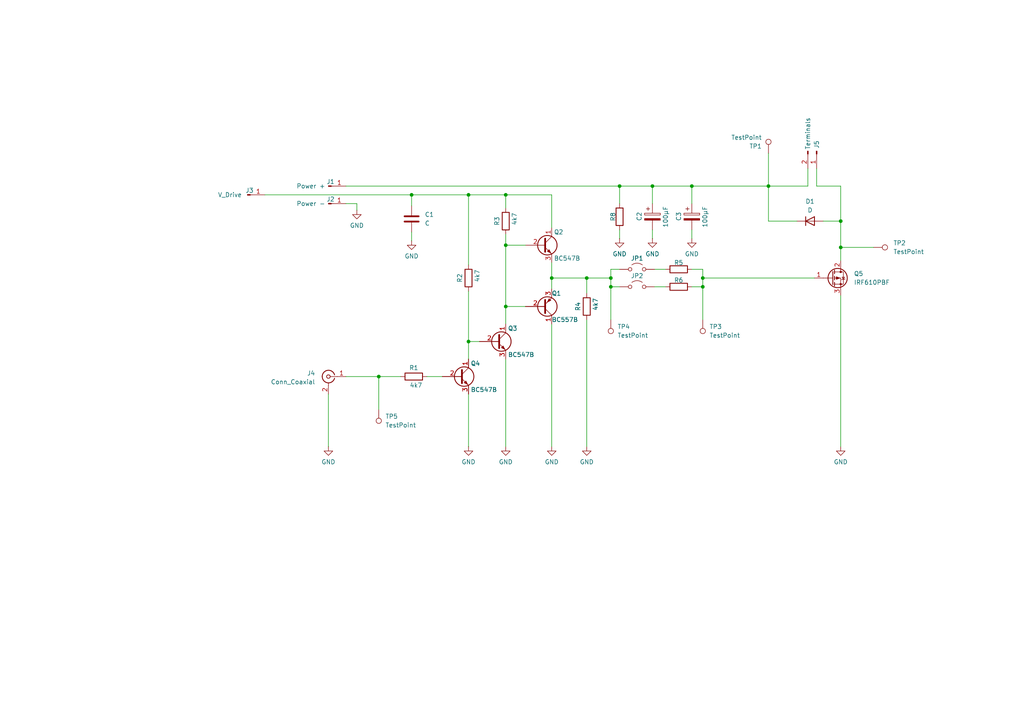
<source format=kicad_sch>
(kicad_sch
	(version 20231120)
	(generator "eeschema")
	(generator_version "8.0")
	(uuid "384a972f-a068-4dff-9a94-b18904dfb67f")
	(paper "A4")
	(lib_symbols
		(symbol "Connector:Conn_01x01_Pin"
			(pin_names
				(offset 1.016) hide)
			(exclude_from_sim no)
			(in_bom yes)
			(on_board yes)
			(property "Reference" "J"
				(at 0 2.54 0)
				(effects
					(font
						(size 1.27 1.27)
					)
				)
			)
			(property "Value" "Conn_01x01_Pin"
				(at 0 -2.54 0)
				(effects
					(font
						(size 1.27 1.27)
					)
				)
			)
			(property "Footprint" ""
				(at 0 0 0)
				(effects
					(font
						(size 1.27 1.27)
					)
					(hide yes)
				)
			)
			(property "Datasheet" "~"
				(at 0 0 0)
				(effects
					(font
						(size 1.27 1.27)
					)
					(hide yes)
				)
			)
			(property "Description" "Generic connector, single row, 01x01, script generated"
				(at 0 0 0)
				(effects
					(font
						(size 1.27 1.27)
					)
					(hide yes)
				)
			)
			(property "ki_locked" ""
				(at 0 0 0)
				(effects
					(font
						(size 1.27 1.27)
					)
				)
			)
			(property "ki_keywords" "connector"
				(at 0 0 0)
				(effects
					(font
						(size 1.27 1.27)
					)
					(hide yes)
				)
			)
			(property "ki_fp_filters" "Connector*:*_1x??_*"
				(at 0 0 0)
				(effects
					(font
						(size 1.27 1.27)
					)
					(hide yes)
				)
			)
			(symbol "Conn_01x01_Pin_1_1"
				(polyline
					(pts
						(xy 1.27 0) (xy 0.8636 0)
					)
					(stroke
						(width 0.1524)
						(type default)
					)
					(fill
						(type none)
					)
				)
				(rectangle
					(start 0.8636 0.127)
					(end 0 -0.127)
					(stroke
						(width 0.1524)
						(type default)
					)
					(fill
						(type outline)
					)
				)
				(pin passive line
					(at 5.08 0 180)
					(length 3.81)
					(name "Pin_1"
						(effects
							(font
								(size 1.27 1.27)
							)
						)
					)
					(number "1"
						(effects
							(font
								(size 1.27 1.27)
							)
						)
					)
				)
			)
		)
		(symbol "Connector:Conn_01x02_Pin"
			(pin_names
				(offset 1.016) hide)
			(exclude_from_sim no)
			(in_bom yes)
			(on_board yes)
			(property "Reference" "J"
				(at 0 2.54 0)
				(effects
					(font
						(size 1.27 1.27)
					)
				)
			)
			(property "Value" "Conn_01x02_Pin"
				(at 0 -5.08 0)
				(effects
					(font
						(size 1.27 1.27)
					)
				)
			)
			(property "Footprint" ""
				(at 0 0 0)
				(effects
					(font
						(size 1.27 1.27)
					)
					(hide yes)
				)
			)
			(property "Datasheet" "~"
				(at 0 0 0)
				(effects
					(font
						(size 1.27 1.27)
					)
					(hide yes)
				)
			)
			(property "Description" "Generic connector, single row, 01x02, script generated"
				(at 0 0 0)
				(effects
					(font
						(size 1.27 1.27)
					)
					(hide yes)
				)
			)
			(property "ki_locked" ""
				(at 0 0 0)
				(effects
					(font
						(size 1.27 1.27)
					)
				)
			)
			(property "ki_keywords" "connector"
				(at 0 0 0)
				(effects
					(font
						(size 1.27 1.27)
					)
					(hide yes)
				)
			)
			(property "ki_fp_filters" "Connector*:*_1x??_*"
				(at 0 0 0)
				(effects
					(font
						(size 1.27 1.27)
					)
					(hide yes)
				)
			)
			(symbol "Conn_01x02_Pin_1_1"
				(polyline
					(pts
						(xy 1.27 -2.54) (xy 0.8636 -2.54)
					)
					(stroke
						(width 0.1524)
						(type default)
					)
					(fill
						(type none)
					)
				)
				(polyline
					(pts
						(xy 1.27 0) (xy 0.8636 0)
					)
					(stroke
						(width 0.1524)
						(type default)
					)
					(fill
						(type none)
					)
				)
				(rectangle
					(start 0.8636 -2.413)
					(end 0 -2.667)
					(stroke
						(width 0.1524)
						(type default)
					)
					(fill
						(type outline)
					)
				)
				(rectangle
					(start 0.8636 0.127)
					(end 0 -0.127)
					(stroke
						(width 0.1524)
						(type default)
					)
					(fill
						(type outline)
					)
				)
				(pin passive line
					(at 5.08 0 180)
					(length 3.81)
					(name "Pin_1"
						(effects
							(font
								(size 1.27 1.27)
							)
						)
					)
					(number "1"
						(effects
							(font
								(size 1.27 1.27)
							)
						)
					)
				)
				(pin passive line
					(at 5.08 -2.54 180)
					(length 3.81)
					(name "Pin_2"
						(effects
							(font
								(size 1.27 1.27)
							)
						)
					)
					(number "2"
						(effects
							(font
								(size 1.27 1.27)
							)
						)
					)
				)
			)
		)
		(symbol "Connector:Conn_Coaxial"
			(pin_names
				(offset 1.016) hide)
			(exclude_from_sim no)
			(in_bom yes)
			(on_board yes)
			(property "Reference" "J"
				(at 0.254 3.048 0)
				(effects
					(font
						(size 1.27 1.27)
					)
				)
			)
			(property "Value" "Conn_Coaxial"
				(at 2.921 0 90)
				(effects
					(font
						(size 1.27 1.27)
					)
				)
			)
			(property "Footprint" ""
				(at 0 0 0)
				(effects
					(font
						(size 1.27 1.27)
					)
					(hide yes)
				)
			)
			(property "Datasheet" "~"
				(at 0 0 0)
				(effects
					(font
						(size 1.27 1.27)
					)
					(hide yes)
				)
			)
			(property "Description" "coaxial connector (BNC, SMA, SMB, SMC, Cinch/RCA, LEMO, ...)"
				(at 0 0 0)
				(effects
					(font
						(size 1.27 1.27)
					)
					(hide yes)
				)
			)
			(property "ki_keywords" "BNC SMA SMB SMC LEMO coaxial connector CINCH RCA MCX MMCX U.FL UMRF"
				(at 0 0 0)
				(effects
					(font
						(size 1.27 1.27)
					)
					(hide yes)
				)
			)
			(property "ki_fp_filters" "*BNC* *SMA* *SMB* *SMC* *Cinch* *LEMO* *UMRF* *MCX* *U.FL*"
				(at 0 0 0)
				(effects
					(font
						(size 1.27 1.27)
					)
					(hide yes)
				)
			)
			(symbol "Conn_Coaxial_0_1"
				(arc
					(start -1.778 -0.508)
					(mid 0.2311 -1.8066)
					(end 1.778 0)
					(stroke
						(width 0.254)
						(type default)
					)
					(fill
						(type none)
					)
				)
				(polyline
					(pts
						(xy -2.54 0) (xy -0.508 0)
					)
					(stroke
						(width 0)
						(type default)
					)
					(fill
						(type none)
					)
				)
				(polyline
					(pts
						(xy 0 -2.54) (xy 0 -1.778)
					)
					(stroke
						(width 0)
						(type default)
					)
					(fill
						(type none)
					)
				)
				(circle
					(center 0 0)
					(radius 0.508)
					(stroke
						(width 0.2032)
						(type default)
					)
					(fill
						(type none)
					)
				)
				(arc
					(start 1.778 0)
					(mid 0.2099 1.8101)
					(end -1.778 0.508)
					(stroke
						(width 0.254)
						(type default)
					)
					(fill
						(type none)
					)
				)
			)
			(symbol "Conn_Coaxial_1_1"
				(pin passive line
					(at -5.08 0 0)
					(length 2.54)
					(name "In"
						(effects
							(font
								(size 1.27 1.27)
							)
						)
					)
					(number "1"
						(effects
							(font
								(size 1.27 1.27)
							)
						)
					)
				)
				(pin passive line
					(at 0 -5.08 90)
					(length 2.54)
					(name "Ext"
						(effects
							(font
								(size 1.27 1.27)
							)
						)
					)
					(number "2"
						(effects
							(font
								(size 1.27 1.27)
							)
						)
					)
				)
			)
		)
		(symbol "Connector:TestPoint"
			(pin_numbers hide)
			(pin_names
				(offset 0.762) hide)
			(exclude_from_sim no)
			(in_bom yes)
			(on_board yes)
			(property "Reference" "TP"
				(at 0 6.858 0)
				(effects
					(font
						(size 1.27 1.27)
					)
				)
			)
			(property "Value" "TestPoint"
				(at 0 5.08 0)
				(effects
					(font
						(size 1.27 1.27)
					)
				)
			)
			(property "Footprint" ""
				(at 5.08 0 0)
				(effects
					(font
						(size 1.27 1.27)
					)
					(hide yes)
				)
			)
			(property "Datasheet" "~"
				(at 5.08 0 0)
				(effects
					(font
						(size 1.27 1.27)
					)
					(hide yes)
				)
			)
			(property "Description" "test point"
				(at 0 0 0)
				(effects
					(font
						(size 1.27 1.27)
					)
					(hide yes)
				)
			)
			(property "ki_keywords" "test point tp"
				(at 0 0 0)
				(effects
					(font
						(size 1.27 1.27)
					)
					(hide yes)
				)
			)
			(property "ki_fp_filters" "Pin* Test*"
				(at 0 0 0)
				(effects
					(font
						(size 1.27 1.27)
					)
					(hide yes)
				)
			)
			(symbol "TestPoint_0_1"
				(circle
					(center 0 3.302)
					(radius 0.762)
					(stroke
						(width 0)
						(type default)
					)
					(fill
						(type none)
					)
				)
			)
			(symbol "TestPoint_1_1"
				(pin passive line
					(at 0 0 90)
					(length 2.54)
					(name "1"
						(effects
							(font
								(size 1.27 1.27)
							)
						)
					)
					(number "1"
						(effects
							(font
								(size 1.27 1.27)
							)
						)
					)
				)
			)
		)
		(symbol "Device:C"
			(pin_numbers hide)
			(pin_names
				(offset 0.254)
			)
			(exclude_from_sim no)
			(in_bom yes)
			(on_board yes)
			(property "Reference" "C"
				(at 0.635 2.54 0)
				(effects
					(font
						(size 1.27 1.27)
					)
					(justify left)
				)
			)
			(property "Value" "C"
				(at 0.635 -2.54 0)
				(effects
					(font
						(size 1.27 1.27)
					)
					(justify left)
				)
			)
			(property "Footprint" ""
				(at 0.9652 -3.81 0)
				(effects
					(font
						(size 1.27 1.27)
					)
					(hide yes)
				)
			)
			(property "Datasheet" "~"
				(at 0 0 0)
				(effects
					(font
						(size 1.27 1.27)
					)
					(hide yes)
				)
			)
			(property "Description" "Unpolarized capacitor"
				(at 0 0 0)
				(effects
					(font
						(size 1.27 1.27)
					)
					(hide yes)
				)
			)
			(property "ki_keywords" "cap capacitor"
				(at 0 0 0)
				(effects
					(font
						(size 1.27 1.27)
					)
					(hide yes)
				)
			)
			(property "ki_fp_filters" "C_*"
				(at 0 0 0)
				(effects
					(font
						(size 1.27 1.27)
					)
					(hide yes)
				)
			)
			(symbol "C_0_1"
				(polyline
					(pts
						(xy -2.032 -0.762) (xy 2.032 -0.762)
					)
					(stroke
						(width 0.508)
						(type default)
					)
					(fill
						(type none)
					)
				)
				(polyline
					(pts
						(xy -2.032 0.762) (xy 2.032 0.762)
					)
					(stroke
						(width 0.508)
						(type default)
					)
					(fill
						(type none)
					)
				)
			)
			(symbol "C_1_1"
				(pin passive line
					(at 0 3.81 270)
					(length 2.794)
					(name "~"
						(effects
							(font
								(size 1.27 1.27)
							)
						)
					)
					(number "1"
						(effects
							(font
								(size 1.27 1.27)
							)
						)
					)
				)
				(pin passive line
					(at 0 -3.81 90)
					(length 2.794)
					(name "~"
						(effects
							(font
								(size 1.27 1.27)
							)
						)
					)
					(number "2"
						(effects
							(font
								(size 1.27 1.27)
							)
						)
					)
				)
			)
		)
		(symbol "Device:C_Polarized"
			(pin_numbers hide)
			(pin_names
				(offset 0.254)
			)
			(exclude_from_sim no)
			(in_bom yes)
			(on_board yes)
			(property "Reference" "C"
				(at 0.635 2.54 0)
				(effects
					(font
						(size 1.27 1.27)
					)
					(justify left)
				)
			)
			(property "Value" "C_Polarized"
				(at 0.635 -2.54 0)
				(effects
					(font
						(size 1.27 1.27)
					)
					(justify left)
				)
			)
			(property "Footprint" ""
				(at 0.9652 -3.81 0)
				(effects
					(font
						(size 1.27 1.27)
					)
					(hide yes)
				)
			)
			(property "Datasheet" "~"
				(at 0 0 0)
				(effects
					(font
						(size 1.27 1.27)
					)
					(hide yes)
				)
			)
			(property "Description" "Polarized capacitor"
				(at 0 0 0)
				(effects
					(font
						(size 1.27 1.27)
					)
					(hide yes)
				)
			)
			(property "ki_keywords" "cap capacitor"
				(at 0 0 0)
				(effects
					(font
						(size 1.27 1.27)
					)
					(hide yes)
				)
			)
			(property "ki_fp_filters" "CP_*"
				(at 0 0 0)
				(effects
					(font
						(size 1.27 1.27)
					)
					(hide yes)
				)
			)
			(symbol "C_Polarized_0_1"
				(rectangle
					(start -2.286 0.508)
					(end 2.286 1.016)
					(stroke
						(width 0)
						(type default)
					)
					(fill
						(type none)
					)
				)
				(polyline
					(pts
						(xy -1.778 2.286) (xy -0.762 2.286)
					)
					(stroke
						(width 0)
						(type default)
					)
					(fill
						(type none)
					)
				)
				(polyline
					(pts
						(xy -1.27 2.794) (xy -1.27 1.778)
					)
					(stroke
						(width 0)
						(type default)
					)
					(fill
						(type none)
					)
				)
				(rectangle
					(start 2.286 -0.508)
					(end -2.286 -1.016)
					(stroke
						(width 0)
						(type default)
					)
					(fill
						(type outline)
					)
				)
			)
			(symbol "C_Polarized_1_1"
				(pin passive line
					(at 0 3.81 270)
					(length 2.794)
					(name "~"
						(effects
							(font
								(size 1.27 1.27)
							)
						)
					)
					(number "1"
						(effects
							(font
								(size 1.27 1.27)
							)
						)
					)
				)
				(pin passive line
					(at 0 -3.81 90)
					(length 2.794)
					(name "~"
						(effects
							(font
								(size 1.27 1.27)
							)
						)
					)
					(number "2"
						(effects
							(font
								(size 1.27 1.27)
							)
						)
					)
				)
			)
		)
		(symbol "Device:D"
			(pin_numbers hide)
			(pin_names
				(offset 1.016) hide)
			(exclude_from_sim no)
			(in_bom yes)
			(on_board yes)
			(property "Reference" "D"
				(at 0 2.54 0)
				(effects
					(font
						(size 1.27 1.27)
					)
				)
			)
			(property "Value" "D"
				(at 0 -2.54 0)
				(effects
					(font
						(size 1.27 1.27)
					)
				)
			)
			(property "Footprint" ""
				(at 0 0 0)
				(effects
					(font
						(size 1.27 1.27)
					)
					(hide yes)
				)
			)
			(property "Datasheet" "~"
				(at 0 0 0)
				(effects
					(font
						(size 1.27 1.27)
					)
					(hide yes)
				)
			)
			(property "Description" "Diode"
				(at 0 0 0)
				(effects
					(font
						(size 1.27 1.27)
					)
					(hide yes)
				)
			)
			(property "Sim.Device" "D"
				(at 0 0 0)
				(effects
					(font
						(size 1.27 1.27)
					)
					(hide yes)
				)
			)
			(property "Sim.Pins" "1=K 2=A"
				(at 0 0 0)
				(effects
					(font
						(size 1.27 1.27)
					)
					(hide yes)
				)
			)
			(property "ki_keywords" "diode"
				(at 0 0 0)
				(effects
					(font
						(size 1.27 1.27)
					)
					(hide yes)
				)
			)
			(property "ki_fp_filters" "TO-???* *_Diode_* *SingleDiode* D_*"
				(at 0 0 0)
				(effects
					(font
						(size 1.27 1.27)
					)
					(hide yes)
				)
			)
			(symbol "D_0_1"
				(polyline
					(pts
						(xy -1.27 1.27) (xy -1.27 -1.27)
					)
					(stroke
						(width 0.254)
						(type default)
					)
					(fill
						(type none)
					)
				)
				(polyline
					(pts
						(xy 1.27 0) (xy -1.27 0)
					)
					(stroke
						(width 0)
						(type default)
					)
					(fill
						(type none)
					)
				)
				(polyline
					(pts
						(xy 1.27 1.27) (xy 1.27 -1.27) (xy -1.27 0) (xy 1.27 1.27)
					)
					(stroke
						(width 0.254)
						(type default)
					)
					(fill
						(type none)
					)
				)
			)
			(symbol "D_1_1"
				(pin passive line
					(at -3.81 0 0)
					(length 2.54)
					(name "K"
						(effects
							(font
								(size 1.27 1.27)
							)
						)
					)
					(number "1"
						(effects
							(font
								(size 1.27 1.27)
							)
						)
					)
				)
				(pin passive line
					(at 3.81 0 180)
					(length 2.54)
					(name "A"
						(effects
							(font
								(size 1.27 1.27)
							)
						)
					)
					(number "2"
						(effects
							(font
								(size 1.27 1.27)
							)
						)
					)
				)
			)
		)
		(symbol "Device:Q_NPN_CBE"
			(pin_names
				(offset 0) hide)
			(exclude_from_sim no)
			(in_bom yes)
			(on_board yes)
			(property "Reference" "Q"
				(at 5.08 1.27 0)
				(effects
					(font
						(size 1.27 1.27)
					)
					(justify left)
				)
			)
			(property "Value" "Q_NPN_CBE"
				(at 5.08 -1.27 0)
				(effects
					(font
						(size 1.27 1.27)
					)
					(justify left)
				)
			)
			(property "Footprint" ""
				(at 5.08 2.54 0)
				(effects
					(font
						(size 1.27 1.27)
					)
					(hide yes)
				)
			)
			(property "Datasheet" "~"
				(at 0 0 0)
				(effects
					(font
						(size 1.27 1.27)
					)
					(hide yes)
				)
			)
			(property "Description" "NPN transistor, collector/base/emitter"
				(at 0 0 0)
				(effects
					(font
						(size 1.27 1.27)
					)
					(hide yes)
				)
			)
			(property "ki_keywords" "transistor NPN"
				(at 0 0 0)
				(effects
					(font
						(size 1.27 1.27)
					)
					(hide yes)
				)
			)
			(symbol "Q_NPN_CBE_0_1"
				(polyline
					(pts
						(xy 0.635 0.635) (xy 2.54 2.54)
					)
					(stroke
						(width 0)
						(type default)
					)
					(fill
						(type none)
					)
				)
				(polyline
					(pts
						(xy 0.635 -0.635) (xy 2.54 -2.54) (xy 2.54 -2.54)
					)
					(stroke
						(width 0)
						(type default)
					)
					(fill
						(type none)
					)
				)
				(polyline
					(pts
						(xy 0.635 1.905) (xy 0.635 -1.905) (xy 0.635 -1.905)
					)
					(stroke
						(width 0.508)
						(type default)
					)
					(fill
						(type none)
					)
				)
				(polyline
					(pts
						(xy 1.27 -1.778) (xy 1.778 -1.27) (xy 2.286 -2.286) (xy 1.27 -1.778) (xy 1.27 -1.778)
					)
					(stroke
						(width 0)
						(type default)
					)
					(fill
						(type outline)
					)
				)
				(circle
					(center 1.27 0)
					(radius 2.8194)
					(stroke
						(width 0.254)
						(type default)
					)
					(fill
						(type none)
					)
				)
			)
			(symbol "Q_NPN_CBE_1_1"
				(pin passive line
					(at 2.54 5.08 270)
					(length 2.54)
					(name "C"
						(effects
							(font
								(size 1.27 1.27)
							)
						)
					)
					(number "1"
						(effects
							(font
								(size 1.27 1.27)
							)
						)
					)
				)
				(pin input line
					(at -5.08 0 0)
					(length 5.715)
					(name "B"
						(effects
							(font
								(size 1.27 1.27)
							)
						)
					)
					(number "2"
						(effects
							(font
								(size 1.27 1.27)
							)
						)
					)
				)
				(pin passive line
					(at 2.54 -5.08 90)
					(length 2.54)
					(name "E"
						(effects
							(font
								(size 1.27 1.27)
							)
						)
					)
					(number "3"
						(effects
							(font
								(size 1.27 1.27)
							)
						)
					)
				)
			)
		)
		(symbol "Device:Q_PMOS_GDS"
			(pin_names
				(offset 0) hide)
			(exclude_from_sim no)
			(in_bom yes)
			(on_board yes)
			(property "Reference" "Q"
				(at 5.08 1.27 0)
				(effects
					(font
						(size 1.27 1.27)
					)
					(justify left)
				)
			)
			(property "Value" "Q_PMOS_GDS"
				(at 5.08 -1.27 0)
				(effects
					(font
						(size 1.27 1.27)
					)
					(justify left)
				)
			)
			(property "Footprint" ""
				(at 5.08 2.54 0)
				(effects
					(font
						(size 1.27 1.27)
					)
					(hide yes)
				)
			)
			(property "Datasheet" "~"
				(at 0 0 0)
				(effects
					(font
						(size 1.27 1.27)
					)
					(hide yes)
				)
			)
			(property "Description" "P-MOSFET transistor, gate/drain/source"
				(at 0 0 0)
				(effects
					(font
						(size 1.27 1.27)
					)
					(hide yes)
				)
			)
			(property "ki_keywords" "transistor PMOS P-MOS P-MOSFET"
				(at 0 0 0)
				(effects
					(font
						(size 1.27 1.27)
					)
					(hide yes)
				)
			)
			(symbol "Q_PMOS_GDS_0_1"
				(polyline
					(pts
						(xy 0.254 0) (xy -2.54 0)
					)
					(stroke
						(width 0)
						(type default)
					)
					(fill
						(type none)
					)
				)
				(polyline
					(pts
						(xy 0.254 1.905) (xy 0.254 -1.905)
					)
					(stroke
						(width 0.254)
						(type default)
					)
					(fill
						(type none)
					)
				)
				(polyline
					(pts
						(xy 0.762 -1.27) (xy 0.762 -2.286)
					)
					(stroke
						(width 0.254)
						(type default)
					)
					(fill
						(type none)
					)
				)
				(polyline
					(pts
						(xy 0.762 0.508) (xy 0.762 -0.508)
					)
					(stroke
						(width 0.254)
						(type default)
					)
					(fill
						(type none)
					)
				)
				(polyline
					(pts
						(xy 0.762 2.286) (xy 0.762 1.27)
					)
					(stroke
						(width 0.254)
						(type default)
					)
					(fill
						(type none)
					)
				)
				(polyline
					(pts
						(xy 2.54 2.54) (xy 2.54 1.778)
					)
					(stroke
						(width 0)
						(type default)
					)
					(fill
						(type none)
					)
				)
				(polyline
					(pts
						(xy 2.54 -2.54) (xy 2.54 0) (xy 0.762 0)
					)
					(stroke
						(width 0)
						(type default)
					)
					(fill
						(type none)
					)
				)
				(polyline
					(pts
						(xy 0.762 1.778) (xy 3.302 1.778) (xy 3.302 -1.778) (xy 0.762 -1.778)
					)
					(stroke
						(width 0)
						(type default)
					)
					(fill
						(type none)
					)
				)
				(polyline
					(pts
						(xy 2.286 0) (xy 1.27 0.381) (xy 1.27 -0.381) (xy 2.286 0)
					)
					(stroke
						(width 0)
						(type default)
					)
					(fill
						(type outline)
					)
				)
				(polyline
					(pts
						(xy 2.794 -0.508) (xy 2.921 -0.381) (xy 3.683 -0.381) (xy 3.81 -0.254)
					)
					(stroke
						(width 0)
						(type default)
					)
					(fill
						(type none)
					)
				)
				(polyline
					(pts
						(xy 3.302 -0.381) (xy 2.921 0.254) (xy 3.683 0.254) (xy 3.302 -0.381)
					)
					(stroke
						(width 0)
						(type default)
					)
					(fill
						(type none)
					)
				)
				(circle
					(center 1.651 0)
					(radius 2.794)
					(stroke
						(width 0.254)
						(type default)
					)
					(fill
						(type none)
					)
				)
				(circle
					(center 2.54 -1.778)
					(radius 0.254)
					(stroke
						(width 0)
						(type default)
					)
					(fill
						(type outline)
					)
				)
				(circle
					(center 2.54 1.778)
					(radius 0.254)
					(stroke
						(width 0)
						(type default)
					)
					(fill
						(type outline)
					)
				)
			)
			(symbol "Q_PMOS_GDS_1_1"
				(pin input line
					(at -5.08 0 0)
					(length 2.54)
					(name "G"
						(effects
							(font
								(size 1.27 1.27)
							)
						)
					)
					(number "1"
						(effects
							(font
								(size 1.27 1.27)
							)
						)
					)
				)
				(pin passive line
					(at 2.54 5.08 270)
					(length 2.54)
					(name "D"
						(effects
							(font
								(size 1.27 1.27)
							)
						)
					)
					(number "2"
						(effects
							(font
								(size 1.27 1.27)
							)
						)
					)
				)
				(pin passive line
					(at 2.54 -5.08 90)
					(length 2.54)
					(name "S"
						(effects
							(font
								(size 1.27 1.27)
							)
						)
					)
					(number "3"
						(effects
							(font
								(size 1.27 1.27)
							)
						)
					)
				)
			)
		)
		(symbol "Device:Q_PNP_CBE"
			(pin_names
				(offset 0) hide)
			(exclude_from_sim no)
			(in_bom yes)
			(on_board yes)
			(property "Reference" "Q"
				(at 5.08 1.27 0)
				(effects
					(font
						(size 1.27 1.27)
					)
					(justify left)
				)
			)
			(property "Value" "Q_PNP_CBE"
				(at 5.08 -1.27 0)
				(effects
					(font
						(size 1.27 1.27)
					)
					(justify left)
				)
			)
			(property "Footprint" ""
				(at 5.08 2.54 0)
				(effects
					(font
						(size 1.27 1.27)
					)
					(hide yes)
				)
			)
			(property "Datasheet" "~"
				(at 0 0 0)
				(effects
					(font
						(size 1.27 1.27)
					)
					(hide yes)
				)
			)
			(property "Description" "PNP transistor, collector/base/emitter"
				(at 0 0 0)
				(effects
					(font
						(size 1.27 1.27)
					)
					(hide yes)
				)
			)
			(property "ki_keywords" "transistor PNP"
				(at 0 0 0)
				(effects
					(font
						(size 1.27 1.27)
					)
					(hide yes)
				)
			)
			(symbol "Q_PNP_CBE_0_1"
				(polyline
					(pts
						(xy 0.635 0.635) (xy 2.54 2.54)
					)
					(stroke
						(width 0)
						(type default)
					)
					(fill
						(type none)
					)
				)
				(polyline
					(pts
						(xy 0.635 -0.635) (xy 2.54 -2.54) (xy 2.54 -2.54)
					)
					(stroke
						(width 0)
						(type default)
					)
					(fill
						(type none)
					)
				)
				(polyline
					(pts
						(xy 0.635 1.905) (xy 0.635 -1.905) (xy 0.635 -1.905)
					)
					(stroke
						(width 0.508)
						(type default)
					)
					(fill
						(type none)
					)
				)
				(polyline
					(pts
						(xy 2.286 -1.778) (xy 1.778 -2.286) (xy 1.27 -1.27) (xy 2.286 -1.778) (xy 2.286 -1.778)
					)
					(stroke
						(width 0)
						(type default)
					)
					(fill
						(type outline)
					)
				)
				(circle
					(center 1.27 0)
					(radius 2.8194)
					(stroke
						(width 0.254)
						(type default)
					)
					(fill
						(type none)
					)
				)
			)
			(symbol "Q_PNP_CBE_1_1"
				(pin passive line
					(at 2.54 5.08 270)
					(length 2.54)
					(name "C"
						(effects
							(font
								(size 1.27 1.27)
							)
						)
					)
					(number "1"
						(effects
							(font
								(size 1.27 1.27)
							)
						)
					)
				)
				(pin input line
					(at -5.08 0 0)
					(length 5.715)
					(name "B"
						(effects
							(font
								(size 1.27 1.27)
							)
						)
					)
					(number "2"
						(effects
							(font
								(size 1.27 1.27)
							)
						)
					)
				)
				(pin passive line
					(at 2.54 -5.08 90)
					(length 2.54)
					(name "E"
						(effects
							(font
								(size 1.27 1.27)
							)
						)
					)
					(number "3"
						(effects
							(font
								(size 1.27 1.27)
							)
						)
					)
				)
			)
		)
		(symbol "Device:R"
			(pin_numbers hide)
			(pin_names
				(offset 0)
			)
			(exclude_from_sim no)
			(in_bom yes)
			(on_board yes)
			(property "Reference" "R"
				(at 2.032 0 90)
				(effects
					(font
						(size 1.27 1.27)
					)
				)
			)
			(property "Value" "R"
				(at 0 0 90)
				(effects
					(font
						(size 1.27 1.27)
					)
				)
			)
			(property "Footprint" ""
				(at -1.778 0 90)
				(effects
					(font
						(size 1.27 1.27)
					)
					(hide yes)
				)
			)
			(property "Datasheet" "~"
				(at 0 0 0)
				(effects
					(font
						(size 1.27 1.27)
					)
					(hide yes)
				)
			)
			(property "Description" "Resistor"
				(at 0 0 0)
				(effects
					(font
						(size 1.27 1.27)
					)
					(hide yes)
				)
			)
			(property "ki_keywords" "R res resistor"
				(at 0 0 0)
				(effects
					(font
						(size 1.27 1.27)
					)
					(hide yes)
				)
			)
			(property "ki_fp_filters" "R_*"
				(at 0 0 0)
				(effects
					(font
						(size 1.27 1.27)
					)
					(hide yes)
				)
			)
			(symbol "R_0_1"
				(rectangle
					(start -1.016 -2.54)
					(end 1.016 2.54)
					(stroke
						(width 0.254)
						(type default)
					)
					(fill
						(type none)
					)
				)
			)
			(symbol "R_1_1"
				(pin passive line
					(at 0 3.81 270)
					(length 1.27)
					(name "~"
						(effects
							(font
								(size 1.27 1.27)
							)
						)
					)
					(number "1"
						(effects
							(font
								(size 1.27 1.27)
							)
						)
					)
				)
				(pin passive line
					(at 0 -3.81 90)
					(length 1.27)
					(name "~"
						(effects
							(font
								(size 1.27 1.27)
							)
						)
					)
					(number "2"
						(effects
							(font
								(size 1.27 1.27)
							)
						)
					)
				)
			)
		)
		(symbol "Jumper:Jumper_2_Open"
			(pin_numbers hide)
			(pin_names
				(offset 0) hide)
			(exclude_from_sim yes)
			(in_bom yes)
			(on_board yes)
			(property "Reference" "JP"
				(at 0 2.794 0)
				(effects
					(font
						(size 1.27 1.27)
					)
				)
			)
			(property "Value" "Jumper_2_Open"
				(at 0 -2.286 0)
				(effects
					(font
						(size 1.27 1.27)
					)
				)
			)
			(property "Footprint" ""
				(at 0 0 0)
				(effects
					(font
						(size 1.27 1.27)
					)
					(hide yes)
				)
			)
			(property "Datasheet" "~"
				(at 0 0 0)
				(effects
					(font
						(size 1.27 1.27)
					)
					(hide yes)
				)
			)
			(property "Description" "Jumper, 2-pole, open"
				(at 0 0 0)
				(effects
					(font
						(size 1.27 1.27)
					)
					(hide yes)
				)
			)
			(property "ki_keywords" "Jumper SPST"
				(at 0 0 0)
				(effects
					(font
						(size 1.27 1.27)
					)
					(hide yes)
				)
			)
			(property "ki_fp_filters" "Jumper* TestPoint*2Pads* TestPoint*Bridge*"
				(at 0 0 0)
				(effects
					(font
						(size 1.27 1.27)
					)
					(hide yes)
				)
			)
			(symbol "Jumper_2_Open_0_0"
				(circle
					(center -2.032 0)
					(radius 0.508)
					(stroke
						(width 0)
						(type default)
					)
					(fill
						(type none)
					)
				)
				(circle
					(center 2.032 0)
					(radius 0.508)
					(stroke
						(width 0)
						(type default)
					)
					(fill
						(type none)
					)
				)
			)
			(symbol "Jumper_2_Open_0_1"
				(arc
					(start 1.524 1.27)
					(mid 0 1.778)
					(end -1.524 1.27)
					(stroke
						(width 0)
						(type default)
					)
					(fill
						(type none)
					)
				)
			)
			(symbol "Jumper_2_Open_1_1"
				(pin passive line
					(at -5.08 0 0)
					(length 2.54)
					(name "A"
						(effects
							(font
								(size 1.27 1.27)
							)
						)
					)
					(number "1"
						(effects
							(font
								(size 1.27 1.27)
							)
						)
					)
				)
				(pin passive line
					(at 5.08 0 180)
					(length 2.54)
					(name "B"
						(effects
							(font
								(size 1.27 1.27)
							)
						)
					)
					(number "2"
						(effects
							(font
								(size 1.27 1.27)
							)
						)
					)
				)
			)
		)
		(symbol "power:GND"
			(power)
			(pin_numbers hide)
			(pin_names
				(offset 0) hide)
			(exclude_from_sim no)
			(in_bom yes)
			(on_board yes)
			(property "Reference" "#PWR"
				(at 0 -6.35 0)
				(effects
					(font
						(size 1.27 1.27)
					)
					(hide yes)
				)
			)
			(property "Value" "GND"
				(at 0 -3.81 0)
				(effects
					(font
						(size 1.27 1.27)
					)
				)
			)
			(property "Footprint" ""
				(at 0 0 0)
				(effects
					(font
						(size 1.27 1.27)
					)
					(hide yes)
				)
			)
			(property "Datasheet" ""
				(at 0 0 0)
				(effects
					(font
						(size 1.27 1.27)
					)
					(hide yes)
				)
			)
			(property "Description" "Power symbol creates a global label with name \"GND\" , ground"
				(at 0 0 0)
				(effects
					(font
						(size 1.27 1.27)
					)
					(hide yes)
				)
			)
			(property "ki_keywords" "global power"
				(at 0 0 0)
				(effects
					(font
						(size 1.27 1.27)
					)
					(hide yes)
				)
			)
			(symbol "GND_0_1"
				(polyline
					(pts
						(xy 0 0) (xy 0 -1.27) (xy 1.27 -1.27) (xy 0 -2.54) (xy -1.27 -1.27) (xy 0 -1.27)
					)
					(stroke
						(width 0)
						(type default)
					)
					(fill
						(type none)
					)
				)
			)
			(symbol "GND_1_1"
				(pin power_in line
					(at 0 0 270)
					(length 0)
					(name "~"
						(effects
							(font
								(size 1.27 1.27)
							)
						)
					)
					(number "1"
						(effects
							(font
								(size 1.27 1.27)
							)
						)
					)
				)
			)
		)
	)
	(junction
		(at 170.18 80.645)
		(diameter 0)
		(color 0 0 0 0)
		(uuid "07d5f7ec-90dd-403e-8162-5359d448fe14")
	)
	(junction
		(at 189.23 53.975)
		(diameter 0)
		(color 0 0 0 0)
		(uuid "17fbedb4-7369-457e-9414-428ea6f27527")
	)
	(junction
		(at 135.89 56.515)
		(diameter 0)
		(color 0 0 0 0)
		(uuid "19a5f1ea-d67c-4711-8803-4410dfa18ab2")
	)
	(junction
		(at 177.165 80.645)
		(diameter 0)
		(color 0 0 0 0)
		(uuid "2cbedb3a-a3a5-46d5-b0c4-58a7538ce3a9")
	)
	(junction
		(at 146.685 71.12)
		(diameter 0)
		(color 0 0 0 0)
		(uuid "472e546f-d728-466d-938e-4b6973753053")
	)
	(junction
		(at 146.685 88.9)
		(diameter 0)
		(color 0 0 0 0)
		(uuid "67c8f382-8bd7-4f1f-ad9f-b1c9f66b9d18")
	)
	(junction
		(at 160.02 80.645)
		(diameter 0)
		(color 0 0 0 0)
		(uuid "6a6767fb-01b9-40b2-a549-da0c07e7eed9")
	)
	(junction
		(at 146.685 56.515)
		(diameter 0)
		(color 0 0 0 0)
		(uuid "7cb196e7-06dc-43c3-939a-5e10e4c7029d")
	)
	(junction
		(at 222.885 53.975)
		(diameter 0)
		(color 0 0 0 0)
		(uuid "7de8a395-49c5-4ef7-92dc-6b054fef7437")
	)
	(junction
		(at 135.89 99.06)
		(diameter 0)
		(color 0 0 0 0)
		(uuid "8c1c5049-1343-4c5c-bb7a-e77778d0e3bc")
	)
	(junction
		(at 200.66 53.975)
		(diameter 0)
		(color 0 0 0 0)
		(uuid "aa1f6d39-9536-4622-baab-6dfabd01ef59")
	)
	(junction
		(at 203.835 80.645)
		(diameter 0)
		(color 0 0 0 0)
		(uuid "b507c9f5-b892-4d92-82bb-c87ef0378636")
	)
	(junction
		(at 177.165 83.185)
		(diameter 0)
		(color 0 0 0 0)
		(uuid "b8f17cb4-f2c9-440f-9600-20705254b395")
	)
	(junction
		(at 119.38 56.515)
		(diameter 0)
		(color 0 0 0 0)
		(uuid "d536eba5-7c29-4732-99b6-8d35429fcc2b")
	)
	(junction
		(at 203.835 83.185)
		(diameter 0)
		(color 0 0 0 0)
		(uuid "e00d23a0-a9ec-45e1-8c41-eced60e89de5")
	)
	(junction
		(at 243.84 64.135)
		(diameter 0)
		(color 0 0 0 0)
		(uuid "f3f6898e-7933-4d3d-ae33-0001e669afce")
	)
	(junction
		(at 243.84 71.755)
		(diameter 0)
		(color 0 0 0 0)
		(uuid "f42b78d5-f946-412b-993e-7f86c2254fc1")
	)
	(junction
		(at 109.855 109.22)
		(diameter 0)
		(color 0 0 0 0)
		(uuid "f589c3b3-583a-4ecd-92f2-68f98478b14c")
	)
	(junction
		(at 179.705 53.975)
		(diameter 0)
		(color 0 0 0 0)
		(uuid "f590cbdf-6562-47fa-9c8b-12cb095aca7c")
	)
	(wire
		(pts
			(xy 177.165 78.105) (xy 177.165 80.645)
		)
		(stroke
			(width 0)
			(type default)
		)
		(uuid "076b0c80-242d-4bc8-8a21-8d7d68db52ad")
	)
	(wire
		(pts
			(xy 243.84 64.135) (xy 243.84 71.755)
		)
		(stroke
			(width 0)
			(type default)
		)
		(uuid "096e33ca-7750-4b6b-8153-af22451e00b5")
	)
	(wire
		(pts
			(xy 222.885 53.975) (xy 234.315 53.975)
		)
		(stroke
			(width 0)
			(type default)
		)
		(uuid "12ddfa7d-de1c-4141-a4f6-15d3d56b0af4")
	)
	(wire
		(pts
			(xy 203.835 83.185) (xy 203.835 92.71)
		)
		(stroke
			(width 0)
			(type default)
		)
		(uuid "15641c75-ddcc-4c71-a9ad-0ee35be1651a")
	)
	(wire
		(pts
			(xy 170.18 80.645) (xy 170.18 85.09)
		)
		(stroke
			(width 0)
			(type default)
		)
		(uuid "17a429c8-e71d-4316-8099-93ff85f21c67")
	)
	(wire
		(pts
			(xy 100.33 109.22) (xy 109.855 109.22)
		)
		(stroke
			(width 0)
			(type default)
		)
		(uuid "1c157a8b-2833-4dbf-9b8d-5c78b66ef6ed")
	)
	(wire
		(pts
			(xy 203.835 78.105) (xy 203.835 80.645)
		)
		(stroke
			(width 0)
			(type default)
		)
		(uuid "2513ef53-49fe-4fd1-9aca-bca688a72d6b")
	)
	(wire
		(pts
			(xy 119.38 67.31) (xy 119.38 69.85)
		)
		(stroke
			(width 0)
			(type default)
		)
		(uuid "2816411e-10ff-4a7f-bcf4-7374bc7e921c")
	)
	(wire
		(pts
			(xy 160.02 80.645) (xy 170.18 80.645)
		)
		(stroke
			(width 0)
			(type default)
		)
		(uuid "2b5c700c-d982-4694-aeba-e40b50d9c129")
	)
	(wire
		(pts
			(xy 236.855 53.975) (xy 236.855 48.895)
		)
		(stroke
			(width 0)
			(type default)
		)
		(uuid "2bca413e-9af3-4cef-8ab7-19be8a41168c")
	)
	(wire
		(pts
			(xy 160.02 93.98) (xy 160.02 129.54)
		)
		(stroke
			(width 0)
			(type default)
		)
		(uuid "31d1a57c-193e-497e-822a-2145cf499b56")
	)
	(wire
		(pts
			(xy 231.14 64.135) (xy 222.885 64.135)
		)
		(stroke
			(width 0)
			(type default)
		)
		(uuid "3c400356-5fe6-41f6-9f58-a54af1a649a3")
	)
	(wire
		(pts
			(xy 177.165 83.185) (xy 177.165 92.71)
		)
		(stroke
			(width 0)
			(type default)
		)
		(uuid "3fbe03d7-3232-42cd-b61b-0ca2aff1f739")
	)
	(wire
		(pts
			(xy 135.89 56.515) (xy 135.89 76.835)
		)
		(stroke
			(width 0)
			(type default)
		)
		(uuid "4b5ee15d-1513-4c0e-881f-b73e87aa8026")
	)
	(wire
		(pts
			(xy 160.02 83.82) (xy 160.02 80.645)
		)
		(stroke
			(width 0)
			(type default)
		)
		(uuid "4e5a5c64-2cfa-484e-97f7-1622e77ac178")
	)
	(wire
		(pts
			(xy 243.84 71.755) (xy 253.365 71.755)
		)
		(stroke
			(width 0)
			(type default)
		)
		(uuid "4e8c2e64-bdb0-4be3-8674-6b31456f00db")
	)
	(wire
		(pts
			(xy 179.705 78.105) (xy 177.165 78.105)
		)
		(stroke
			(width 0)
			(type default)
		)
		(uuid "51ef3a5a-3c5a-4a66-ae18-95f794b37569")
	)
	(wire
		(pts
			(xy 135.89 84.455) (xy 135.89 99.06)
		)
		(stroke
			(width 0)
			(type default)
		)
		(uuid "521233c7-0d25-49bc-a769-d02e86e73302")
	)
	(wire
		(pts
			(xy 103.505 59.055) (xy 100.33 59.055)
		)
		(stroke
			(width 0)
			(type default)
		)
		(uuid "561cf49e-0a1d-45f2-a3cc-b35437058cb9")
	)
	(wire
		(pts
			(xy 76.835 56.515) (xy 119.38 56.515)
		)
		(stroke
			(width 0)
			(type default)
		)
		(uuid "56884642-0c0c-4572-87d8-3eebeda1ec11")
	)
	(wire
		(pts
			(xy 177.165 83.185) (xy 177.165 80.645)
		)
		(stroke
			(width 0)
			(type default)
		)
		(uuid "5bd6f2a5-ac1e-4f78-b738-7c0b5942578f")
	)
	(wire
		(pts
			(xy 222.885 53.975) (xy 222.885 44.45)
		)
		(stroke
			(width 0)
			(type default)
		)
		(uuid "5d2bd6d2-1ca0-4bfa-b8b7-32cb72c28a67")
	)
	(wire
		(pts
			(xy 160.02 80.645) (xy 160.02 76.2)
		)
		(stroke
			(width 0)
			(type default)
		)
		(uuid "61eecbf5-a169-4712-85ac-08a796b288ba")
	)
	(wire
		(pts
			(xy 203.835 83.185) (xy 203.835 80.645)
		)
		(stroke
			(width 0)
			(type default)
		)
		(uuid "6385e2bd-2726-4ab3-a8a2-936bcb3b4d47")
	)
	(wire
		(pts
			(xy 103.505 60.96) (xy 103.505 59.055)
		)
		(stroke
			(width 0)
			(type default)
		)
		(uuid "65f7a4e0-ffca-494b-be2a-51b73e3e6b53")
	)
	(wire
		(pts
			(xy 243.84 53.975) (xy 243.84 64.135)
		)
		(stroke
			(width 0)
			(type default)
		)
		(uuid "6db1bc58-58a5-483e-888d-dc218616bbd6")
	)
	(wire
		(pts
			(xy 179.705 66.675) (xy 179.705 69.215)
		)
		(stroke
			(width 0)
			(type default)
		)
		(uuid "6e8ef1a7-ad33-4996-b4e9-e4e99a814ce3")
	)
	(wire
		(pts
			(xy 135.89 114.3) (xy 135.89 129.54)
		)
		(stroke
			(width 0)
			(type default)
		)
		(uuid "71597068-2f9b-4bd3-845f-a667a7c38b80")
	)
	(wire
		(pts
			(xy 189.865 78.105) (xy 193.04 78.105)
		)
		(stroke
			(width 0)
			(type default)
		)
		(uuid "74c6d00e-b669-441d-9b30-6efc83d5735f")
	)
	(wire
		(pts
			(xy 189.23 53.975) (xy 189.23 59.055)
		)
		(stroke
			(width 0)
			(type default)
		)
		(uuid "74cd849b-e3a8-42e1-b0b1-ad9d62912371")
	)
	(wire
		(pts
			(xy 170.18 80.645) (xy 177.165 80.645)
		)
		(stroke
			(width 0)
			(type default)
		)
		(uuid "79038bb0-5f20-42a7-b764-0e3a266d1d8d")
	)
	(wire
		(pts
			(xy 123.825 109.22) (xy 128.27 109.22)
		)
		(stroke
			(width 0)
			(type default)
		)
		(uuid "7c22bedc-0702-4d5c-805e-7a4831c8e7df")
	)
	(wire
		(pts
			(xy 146.685 56.515) (xy 160.02 56.515)
		)
		(stroke
			(width 0)
			(type default)
		)
		(uuid "7c773e80-6e46-44ac-98a3-5a09bbf69703")
	)
	(wire
		(pts
			(xy 222.885 53.975) (xy 222.885 64.135)
		)
		(stroke
			(width 0)
			(type default)
		)
		(uuid "83093997-439c-46cb-bef6-49f9aa411af3")
	)
	(wire
		(pts
			(xy 135.89 99.06) (xy 139.065 99.06)
		)
		(stroke
			(width 0)
			(type default)
		)
		(uuid "840e3574-47e4-49bc-b0b9-d911288c0a26")
	)
	(wire
		(pts
			(xy 243.84 85.725) (xy 243.84 129.54)
		)
		(stroke
			(width 0)
			(type default)
		)
		(uuid "8ca65e62-9e56-4377-82cb-f8c7c98eca1a")
	)
	(wire
		(pts
			(xy 200.66 83.185) (xy 203.835 83.185)
		)
		(stroke
			(width 0)
			(type default)
		)
		(uuid "8cf71465-fb4a-46e7-8f9f-004a9e4c86df")
	)
	(wire
		(pts
			(xy 177.165 83.185) (xy 179.705 83.185)
		)
		(stroke
			(width 0)
			(type default)
		)
		(uuid "8fbe71b1-448a-4558-bb3f-28ccf5c51af3")
	)
	(wire
		(pts
			(xy 146.685 88.9) (xy 146.685 93.98)
		)
		(stroke
			(width 0)
			(type default)
		)
		(uuid "90b5cc5c-15b1-4c8e-8847-a95f08217d97")
	)
	(wire
		(pts
			(xy 135.89 56.515) (xy 146.685 56.515)
		)
		(stroke
			(width 0)
			(type default)
		)
		(uuid "933b0a09-645b-4811-80f5-353429c0c2f8")
	)
	(wire
		(pts
			(xy 200.66 53.975) (xy 222.885 53.975)
		)
		(stroke
			(width 0)
			(type default)
		)
		(uuid "94c8e3fb-c6ff-46fa-939e-586b2ba40e1a")
	)
	(wire
		(pts
			(xy 146.685 88.9) (xy 152.4 88.9)
		)
		(stroke
			(width 0)
			(type default)
		)
		(uuid "96d0ced6-1122-4739-9a01-07cbc535b32e")
	)
	(wire
		(pts
			(xy 200.66 53.975) (xy 200.66 59.055)
		)
		(stroke
			(width 0)
			(type default)
		)
		(uuid "97207d64-89a9-4207-9cd4-d06936b85925")
	)
	(wire
		(pts
			(xy 200.66 66.675) (xy 200.66 69.215)
		)
		(stroke
			(width 0)
			(type default)
		)
		(uuid "9f299a33-4d77-4d8a-974b-3c2fa4e01d3d")
	)
	(wire
		(pts
			(xy 146.685 71.12) (xy 146.685 88.9)
		)
		(stroke
			(width 0)
			(type default)
		)
		(uuid "a1d39ea0-13f5-47f8-a769-15f1e2f369d0")
	)
	(wire
		(pts
			(xy 200.66 78.105) (xy 203.835 78.105)
		)
		(stroke
			(width 0)
			(type default)
		)
		(uuid "a7694a98-b09e-4f84-a8b7-1cfcdf6a1df7")
	)
	(wire
		(pts
			(xy 179.705 53.975) (xy 179.705 59.055)
		)
		(stroke
			(width 0)
			(type default)
		)
		(uuid "acf1fec8-93d7-4970-87c6-4139adf0fb01")
	)
	(wire
		(pts
			(xy 109.855 109.22) (xy 109.855 118.745)
		)
		(stroke
			(width 0)
			(type default)
		)
		(uuid "afcdba5b-04e4-47cc-9a7a-af2bf7a9bf3c")
	)
	(wire
		(pts
			(xy 236.855 53.975) (xy 243.84 53.975)
		)
		(stroke
			(width 0)
			(type default)
		)
		(uuid "b2c457fb-2c31-446c-a7e1-0565f6a095bd")
	)
	(wire
		(pts
			(xy 119.38 56.515) (xy 135.89 56.515)
		)
		(stroke
			(width 0)
			(type default)
		)
		(uuid "b637830b-03b4-42a7-86aa-b980b2471143")
	)
	(wire
		(pts
			(xy 135.89 99.06) (xy 135.89 104.14)
		)
		(stroke
			(width 0)
			(type default)
		)
		(uuid "bbeceeda-f89f-42c9-b1cd-1daaec14b5ed")
	)
	(wire
		(pts
			(xy 179.705 53.975) (xy 189.23 53.975)
		)
		(stroke
			(width 0)
			(type default)
		)
		(uuid "c1077e38-7554-4fb5-b985-90941e9a6210")
	)
	(wire
		(pts
			(xy 189.23 66.675) (xy 189.23 69.215)
		)
		(stroke
			(width 0)
			(type default)
		)
		(uuid "c2387df5-6a38-446d-a692-eb038c3d8597")
	)
	(wire
		(pts
			(xy 234.315 53.975) (xy 234.315 48.895)
		)
		(stroke
			(width 0)
			(type default)
		)
		(uuid "c307bf12-5108-4ebf-9797-1c35233ad811")
	)
	(wire
		(pts
			(xy 189.865 83.185) (xy 193.04 83.185)
		)
		(stroke
			(width 0)
			(type default)
		)
		(uuid "ca61b7f7-71fa-4b31-88bf-0b9c38f9341c")
	)
	(wire
		(pts
			(xy 146.685 104.14) (xy 146.685 129.54)
		)
		(stroke
			(width 0)
			(type default)
		)
		(uuid "cd236d6b-e8b4-4793-bede-12e7624377a1")
	)
	(wire
		(pts
			(xy 238.76 64.135) (xy 243.84 64.135)
		)
		(stroke
			(width 0)
			(type default)
		)
		(uuid "ce6af2e6-7758-40e0-a3fc-faf0de69923c")
	)
	(wire
		(pts
			(xy 203.835 80.645) (xy 236.22 80.645)
		)
		(stroke
			(width 0)
			(type default)
		)
		(uuid "d1a9beac-343b-4b8f-b42d-d70412b5fb7d")
	)
	(wire
		(pts
			(xy 109.855 109.22) (xy 116.205 109.22)
		)
		(stroke
			(width 0)
			(type default)
		)
		(uuid "d844cd33-11b2-4685-9663-c76708889dc2")
	)
	(wire
		(pts
			(xy 119.38 56.515) (xy 119.38 59.69)
		)
		(stroke
			(width 0)
			(type default)
		)
		(uuid "d9135118-c03b-40c0-aa41-105a40811dd5")
	)
	(wire
		(pts
			(xy 146.685 71.12) (xy 152.4 71.12)
		)
		(stroke
			(width 0)
			(type default)
		)
		(uuid "e86b0637-21ac-4e4f-ab13-87529fea3ad2")
	)
	(wire
		(pts
			(xy 95.25 114.3) (xy 95.25 129.54)
		)
		(stroke
			(width 0)
			(type default)
		)
		(uuid "eb770642-692e-4e27-b188-fb89a41745f9")
	)
	(wire
		(pts
			(xy 189.23 53.975) (xy 200.66 53.975)
		)
		(stroke
			(width 0)
			(type default)
		)
		(uuid "ebd36321-bf10-4f22-ad44-d7314781b88b")
	)
	(wire
		(pts
			(xy 170.18 92.71) (xy 170.18 129.54)
		)
		(stroke
			(width 0)
			(type default)
		)
		(uuid "f4ed6a80-58ee-4e19-9b2e-09176c9c6357")
	)
	(wire
		(pts
			(xy 100.33 53.975) (xy 179.705 53.975)
		)
		(stroke
			(width 0)
			(type default)
		)
		(uuid "f6ea78e4-8b3b-42f6-abd8-878029bb0511")
	)
	(wire
		(pts
			(xy 146.685 67.945) (xy 146.685 71.12)
		)
		(stroke
			(width 0)
			(type default)
		)
		(uuid "f79f01e7-8974-49a0-99e7-80bc01a12ebe")
	)
	(wire
		(pts
			(xy 160.02 66.04) (xy 160.02 56.515)
		)
		(stroke
			(width 0)
			(type default)
		)
		(uuid "ff28c3b7-f497-4116-8c53-2b72ab040889")
	)
	(wire
		(pts
			(xy 146.685 56.515) (xy 146.685 60.325)
		)
		(stroke
			(width 0)
			(type default)
		)
		(uuid "ffa00d75-f134-4ab5-a247-5f8a030492f6")
	)
	(wire
		(pts
			(xy 243.84 71.755) (xy 243.84 75.565)
		)
		(stroke
			(width 0)
			(type default)
		)
		(uuid "ffeb9a1f-db77-4aa5-b661-6f781cad5527")
	)
	(symbol
		(lib_id "power:GND")
		(at 95.25 129.54 0)
		(unit 1)
		(exclude_from_sim no)
		(in_bom yes)
		(on_board yes)
		(dnp no)
		(fields_autoplaced yes)
		(uuid "0e0b082e-6cb1-4fab-85a5-5a184c1191e6")
		(property "Reference" "#PWR02"
			(at 95.25 135.89 0)
			(effects
				(font
					(size 1.27 1.27)
				)
				(hide yes)
			)
		)
		(property "Value" "GND"
			(at 95.25 133.985 0)
			(effects
				(font
					(size 1.27 1.27)
				)
			)
		)
		(property "Footprint" ""
			(at 95.25 129.54 0)
			(effects
				(font
					(size 1.27 1.27)
				)
				(hide yes)
			)
		)
		(property "Datasheet" ""
			(at 95.25 129.54 0)
			(effects
				(font
					(size 1.27 1.27)
				)
				(hide yes)
			)
		)
		(property "Description" "Power symbol creates a global label with name \"GND\" , ground"
			(at 95.25 129.54 0)
			(effects
				(font
					(size 1.27 1.27)
				)
				(hide yes)
			)
		)
		(pin "1"
			(uuid "ef8ccf50-dda2-4843-b02a-e349722ea3ae")
		)
		(instances
			(project "DriverBoard"
				(path "/384a972f-a068-4dff-9a94-b18904dfb67f"
					(reference "#PWR02")
					(unit 1)
				)
			)
		)
	)
	(symbol
		(lib_id "Connector:Conn_01x01_Pin")
		(at 95.25 53.975 0)
		(unit 1)
		(exclude_from_sim no)
		(in_bom yes)
		(on_board yes)
		(dnp no)
		(uuid "11fbbf7c-434d-4daa-b275-41d92bc56429")
		(property "Reference" "J1"
			(at 95.885 52.705 0)
			(effects
				(font
					(size 1.27 1.27)
				)
			)
		)
		(property "Value" "Power +"
			(at 90.17 53.975 0)
			(effects
				(font
					(size 1.27 1.27)
				)
			)
		)
		(property "Footprint" "Library:Connector_banana"
			(at 95.25 53.975 0)
			(effects
				(font
					(size 1.27 1.27)
				)
				(hide yes)
			)
		)
		(property "Datasheet" "~"
			(at 95.25 53.975 0)
			(effects
				(font
					(size 1.27 1.27)
				)
				(hide yes)
			)
		)
		(property "Description" "Generic connector, single row, 01x01, script generated"
			(at 95.25 53.975 0)
			(effects
				(font
					(size 1.27 1.27)
				)
				(hide yes)
			)
		)
		(pin "1"
			(uuid "71dfb090-c3f6-44c5-9921-885fd3b57bc3")
		)
		(instances
			(project ""
				(path "/384a972f-a068-4dff-9a94-b18904dfb67f"
					(reference "J1")
					(unit 1)
				)
			)
		)
	)
	(symbol
		(lib_id "Connector:TestPoint")
		(at 177.165 92.71 180)
		(unit 1)
		(exclude_from_sim no)
		(in_bom yes)
		(on_board yes)
		(dnp no)
		(fields_autoplaced yes)
		(uuid "14895cb5-5635-4d38-aaa8-3380b80d36e7")
		(property "Reference" "TP4"
			(at 179.07 94.7419 0)
			(effects
				(font
					(size 1.27 1.27)
				)
				(justify right)
			)
		)
		(property "Value" "TestPoint"
			(at 179.07 97.2819 0)
			(effects
				(font
					(size 1.27 1.27)
				)
				(justify right)
			)
		)
		(property "Footprint" "Connector_PinHeader_2.54mm:PinHeader_1x01_P2.54mm_Vertical"
			(at 172.085 92.71 0)
			(effects
				(font
					(size 1.27 1.27)
				)
				(hide yes)
			)
		)
		(property "Datasheet" "~"
			(at 172.085 92.71 0)
			(effects
				(font
					(size 1.27 1.27)
				)
				(hide yes)
			)
		)
		(property "Description" "test point"
			(at 177.165 92.71 0)
			(effects
				(font
					(size 1.27 1.27)
				)
				(hide yes)
			)
		)
		(pin "1"
			(uuid "9f509cea-86f5-48f7-87c2-cf9260acdf21")
		)
		(instances
			(project ""
				(path "/384a972f-a068-4dff-9a94-b18904dfb67f"
					(reference "TP4")
					(unit 1)
				)
			)
		)
	)
	(symbol
		(lib_id "Jumper:Jumper_2_Open")
		(at 184.785 83.185 0)
		(unit 1)
		(exclude_from_sim yes)
		(in_bom yes)
		(on_board yes)
		(dnp no)
		(uuid "2f1228bb-c859-458c-a466-effdf35cfb45")
		(property "Reference" "JP2"
			(at 184.785 80.01 0)
			(effects
				(font
					(size 1.27 1.27)
				)
			)
		)
		(property "Value" "Jumper_2_Open"
			(at 184.785 79.375 0)
			(effects
				(font
					(size 1.27 1.27)
				)
				(hide yes)
			)
		)
		(property "Footprint" "Connector_PinHeader_2.54mm:PinHeader_1x02_P2.54mm_Vertical"
			(at 184.785 83.185 0)
			(effects
				(font
					(size 1.27 1.27)
				)
				(hide yes)
			)
		)
		(property "Datasheet" "~"
			(at 184.785 83.185 0)
			(effects
				(font
					(size 1.27 1.27)
				)
				(hide yes)
			)
		)
		(property "Description" "Jumper, 2-pole, open"
			(at 184.785 83.185 0)
			(effects
				(font
					(size 1.27 1.27)
				)
				(hide yes)
			)
		)
		(pin "1"
			(uuid "bb836f4c-6b05-474b-bb2e-2aee732d4111")
		)
		(pin "2"
			(uuid "3de624ca-7a5f-435e-b0c1-3dab6262b57c")
		)
		(instances
			(project "DriverBoard"
				(path "/384a972f-a068-4dff-9a94-b18904dfb67f"
					(reference "JP2")
					(unit 1)
				)
			)
		)
	)
	(symbol
		(lib_id "Connector:Conn_01x01_Pin")
		(at 95.25 59.055 0)
		(unit 1)
		(exclude_from_sim no)
		(in_bom yes)
		(on_board yes)
		(dnp no)
		(uuid "2fa7a9d0-766b-4919-a6dc-accf34bf9915")
		(property "Reference" "J2"
			(at 95.885 57.785 0)
			(effects
				(font
					(size 1.27 1.27)
				)
			)
		)
		(property "Value" "Power -"
			(at 90.17 59.055 0)
			(effects
				(font
					(size 1.27 1.27)
				)
			)
		)
		(property "Footprint" "Library:Connector_banana"
			(at 95.25 59.055 0)
			(effects
				(font
					(size 1.27 1.27)
				)
				(hide yes)
			)
		)
		(property "Datasheet" "~"
			(at 95.25 59.055 0)
			(effects
				(font
					(size 1.27 1.27)
				)
				(hide yes)
			)
		)
		(property "Description" "Generic connector, single row, 01x01, script generated"
			(at 95.25 59.055 0)
			(effects
				(font
					(size 1.27 1.27)
				)
				(hide yes)
			)
		)
		(pin "1"
			(uuid "976b4ab7-734f-4b0f-9fb8-8d0729548dc3")
		)
		(instances
			(project "DriverBoard"
				(path "/384a972f-a068-4dff-9a94-b18904dfb67f"
					(reference "J2")
					(unit 1)
				)
			)
		)
	)
	(symbol
		(lib_id "power:GND")
		(at 146.685 129.54 0)
		(unit 1)
		(exclude_from_sim no)
		(in_bom yes)
		(on_board yes)
		(dnp no)
		(fields_autoplaced yes)
		(uuid "3b031316-e5cd-4ce2-bd85-0e79dea2f589")
		(property "Reference" "#PWR06"
			(at 146.685 135.89 0)
			(effects
				(font
					(size 1.27 1.27)
				)
				(hide yes)
			)
		)
		(property "Value" "GND"
			(at 146.685 133.985 0)
			(effects
				(font
					(size 1.27 1.27)
				)
			)
		)
		(property "Footprint" ""
			(at 146.685 129.54 0)
			(effects
				(font
					(size 1.27 1.27)
				)
				(hide yes)
			)
		)
		(property "Datasheet" ""
			(at 146.685 129.54 0)
			(effects
				(font
					(size 1.27 1.27)
				)
				(hide yes)
			)
		)
		(property "Description" "Power symbol creates a global label with name \"GND\" , ground"
			(at 146.685 129.54 0)
			(effects
				(font
					(size 1.27 1.27)
				)
				(hide yes)
			)
		)
		(pin "1"
			(uuid "a0a7d21a-50ce-454f-9d37-78a8eb09a18c")
		)
		(instances
			(project "DriverBoard"
				(path "/384a972f-a068-4dff-9a94-b18904dfb67f"
					(reference "#PWR06")
					(unit 1)
				)
			)
		)
	)
	(symbol
		(lib_id "Connector:TestPoint")
		(at 222.885 44.45 0)
		(unit 1)
		(exclude_from_sim no)
		(in_bom yes)
		(on_board yes)
		(dnp no)
		(uuid "3d4b8663-2471-49c9-89f9-ff61141420bf")
		(property "Reference" "TP1"
			(at 220.98 42.4181 0)
			(effects
				(font
					(size 1.27 1.27)
				)
				(justify right)
			)
		)
		(property "Value" "TestPoint"
			(at 220.98 39.8781 0)
			(effects
				(font
					(size 1.27 1.27)
				)
				(justify right)
			)
		)
		(property "Footprint" "Connector_PinHeader_2.54mm:PinHeader_1x01_P2.54mm_Vertical"
			(at 227.965 44.45 0)
			(effects
				(font
					(size 1.27 1.27)
				)
				(hide yes)
			)
		)
		(property "Datasheet" "~"
			(at 227.965 44.45 0)
			(effects
				(font
					(size 1.27 1.27)
				)
				(hide yes)
			)
		)
		(property "Description" "test point"
			(at 222.885 44.45 0)
			(effects
				(font
					(size 1.27 1.27)
				)
				(hide yes)
			)
		)
		(pin "1"
			(uuid "ee13d3e5-0a87-4b18-9ca9-491e93f20a26")
		)
		(instances
			(project "DriverBoard"
				(path "/384a972f-a068-4dff-9a94-b18904dfb67f"
					(reference "TP1")
					(unit 1)
				)
			)
		)
	)
	(symbol
		(lib_id "Device:R")
		(at 196.85 78.105 90)
		(unit 1)
		(exclude_from_sim no)
		(in_bom yes)
		(on_board yes)
		(dnp no)
		(uuid "450cd6f6-70b7-440f-9dfe-fc02d41a6231")
		(property "Reference" "R5"
			(at 196.85 76.2 90)
			(effects
				(font
					(size 1.27 1.27)
				)
			)
		)
		(property "Value" "R"
			(at 196.85 74.295 90)
			(effects
				(font
					(size 1.27 1.27)
				)
				(hide yes)
			)
		)
		(property "Footprint" "Resistor_THT:R_Axial_DIN0207_L6.3mm_D2.5mm_P10.16mm_Horizontal"
			(at 196.85 79.883 90)
			(effects
				(font
					(size 1.27 1.27)
				)
				(hide yes)
			)
		)
		(property "Datasheet" "~"
			(at 196.85 78.105 0)
			(effects
				(font
					(size 1.27 1.27)
				)
				(hide yes)
			)
		)
		(property "Description" "Resistor"
			(at 196.85 78.105 0)
			(effects
				(font
					(size 1.27 1.27)
				)
				(hide yes)
			)
		)
		(pin "2"
			(uuid "9862f720-87e5-4515-8095-c129513a5567")
		)
		(pin "1"
			(uuid "b6b1e061-aed1-4b33-a0f8-82a58dee00ca")
		)
		(instances
			(project "DriverBoard"
				(path "/384a972f-a068-4dff-9a94-b18904dfb67f"
					(reference "R5")
					(unit 1)
				)
			)
		)
	)
	(symbol
		(lib_id "Connector:Conn_Coaxial")
		(at 95.25 109.22 0)
		(mirror y)
		(unit 1)
		(exclude_from_sim no)
		(in_bom yes)
		(on_board yes)
		(dnp no)
		(uuid "4524a971-6890-433d-a247-ad5aaae47c0e")
		(property "Reference" "J4"
			(at 91.44 108.2431 0)
			(effects
				(font
					(size 1.27 1.27)
				)
				(justify left)
			)
		)
		(property "Value" "Conn_Coaxial"
			(at 91.44 110.7831 0)
			(effects
				(font
					(size 1.27 1.27)
				)
				(justify left)
			)
		)
		(property "Footprint" "Connector_Coaxial:BNC_TEConnectivity_1478204_Vertical"
			(at 95.25 109.22 0)
			(effects
				(font
					(size 1.27 1.27)
				)
				(hide yes)
			)
		)
		(property "Datasheet" "~"
			(at 95.25 109.22 0)
			(effects
				(font
					(size 1.27 1.27)
				)
				(hide yes)
			)
		)
		(property "Description" "coaxial connector (BNC, SMA, SMB, SMC, Cinch/RCA, LEMO, ...)"
			(at 95.25 109.22 0)
			(effects
				(font
					(size 1.27 1.27)
				)
				(hide yes)
			)
		)
		(pin "2"
			(uuid "cc22aa3e-bd3d-400f-883c-0523468924be")
		)
		(pin "1"
			(uuid "070c6d2d-b966-464c-ab04-3449e1d78a49")
		)
		(instances
			(project "DriverBoard"
				(path "/384a972f-a068-4dff-9a94-b18904dfb67f"
					(reference "J4")
					(unit 1)
				)
			)
		)
	)
	(symbol
		(lib_id "power:GND")
		(at 200.66 69.215 0)
		(unit 1)
		(exclude_from_sim no)
		(in_bom yes)
		(on_board yes)
		(dnp no)
		(fields_autoplaced yes)
		(uuid "478c5daf-8fbe-4b51-8d0b-edc1538fc34b")
		(property "Reference" "#PWR011"
			(at 200.66 75.565 0)
			(effects
				(font
					(size 1.27 1.27)
				)
				(hide yes)
			)
		)
		(property "Value" "GND"
			(at 200.66 73.66 0)
			(effects
				(font
					(size 1.27 1.27)
				)
			)
		)
		(property "Footprint" ""
			(at 200.66 69.215 0)
			(effects
				(font
					(size 1.27 1.27)
				)
				(hide yes)
			)
		)
		(property "Datasheet" ""
			(at 200.66 69.215 0)
			(effects
				(font
					(size 1.27 1.27)
				)
				(hide yes)
			)
		)
		(property "Description" "Power symbol creates a global label with name \"GND\" , ground"
			(at 200.66 69.215 0)
			(effects
				(font
					(size 1.27 1.27)
				)
				(hide yes)
			)
		)
		(pin "1"
			(uuid "f1bff504-f45d-4f94-9cfd-08a3aa54102c")
		)
		(instances
			(project "DriverBoard"
				(path "/384a972f-a068-4dff-9a94-b18904dfb67f"
					(reference "#PWR011")
					(unit 1)
				)
			)
		)
	)
	(symbol
		(lib_id "power:GND")
		(at 189.23 69.215 0)
		(unit 1)
		(exclude_from_sim no)
		(in_bom yes)
		(on_board yes)
		(dnp no)
		(fields_autoplaced yes)
		(uuid "4f102c8c-311c-4adb-ae35-a0f9d1fb8792")
		(property "Reference" "#PWR010"
			(at 189.23 75.565 0)
			(effects
				(font
					(size 1.27 1.27)
				)
				(hide yes)
			)
		)
		(property "Value" "GND"
			(at 189.23 73.66 0)
			(effects
				(font
					(size 1.27 1.27)
				)
			)
		)
		(property "Footprint" ""
			(at 189.23 69.215 0)
			(effects
				(font
					(size 1.27 1.27)
				)
				(hide yes)
			)
		)
		(property "Datasheet" ""
			(at 189.23 69.215 0)
			(effects
				(font
					(size 1.27 1.27)
				)
				(hide yes)
			)
		)
		(property "Description" "Power symbol creates a global label with name \"GND\" , ground"
			(at 189.23 69.215 0)
			(effects
				(font
					(size 1.27 1.27)
				)
				(hide yes)
			)
		)
		(pin "1"
			(uuid "daee8839-3c1d-4ac0-aa33-e2fb07ad4d58")
		)
		(instances
			(project "DriverBoard"
				(path "/384a972f-a068-4dff-9a94-b18904dfb67f"
					(reference "#PWR010")
					(unit 1)
				)
			)
		)
	)
	(symbol
		(lib_id "Connector:Conn_01x01_Pin")
		(at 71.755 56.515 0)
		(unit 1)
		(exclude_from_sim no)
		(in_bom yes)
		(on_board yes)
		(dnp no)
		(uuid "50bdc92a-2697-46e7-92c3-675b5389202d")
		(property "Reference" "J3"
			(at 72.39 55.245 0)
			(effects
				(font
					(size 1.27 1.27)
				)
			)
		)
		(property "Value" "V_Drive"
			(at 66.675 56.515 0)
			(effects
				(font
					(size 1.27 1.27)
				)
			)
		)
		(property "Footprint" "Library:Connector_banana"
			(at 71.755 56.515 0)
			(effects
				(font
					(size 1.27 1.27)
				)
				(hide yes)
			)
		)
		(property "Datasheet" "~"
			(at 71.755 56.515 0)
			(effects
				(font
					(size 1.27 1.27)
				)
				(hide yes)
			)
		)
		(property "Description" "Generic connector, single row, 01x01, script generated"
			(at 71.755 56.515 0)
			(effects
				(font
					(size 1.27 1.27)
				)
				(hide yes)
			)
		)
		(pin "1"
			(uuid "017b41ac-9f7d-4209-a1f7-8f77c5144713")
		)
		(instances
			(project "DriverBoard"
				(path "/384a972f-a068-4dff-9a94-b18904dfb67f"
					(reference "J3")
					(unit 1)
				)
			)
		)
	)
	(symbol
		(lib_id "Device:R")
		(at 146.685 64.135 180)
		(unit 1)
		(exclude_from_sim no)
		(in_bom yes)
		(on_board yes)
		(dnp no)
		(uuid "58239875-de9e-4262-8849-048649551013")
		(property "Reference" "R3"
			(at 144.145 64.135 90)
			(effects
				(font
					(size 1.27 1.27)
				)
			)
		)
		(property "Value" "4k7"
			(at 149.225 63.5 90)
			(effects
				(font
					(size 1.27 1.27)
				)
			)
		)
		(property "Footprint" "Resistor_THT:R_Axial_DIN0207_L6.3mm_D2.5mm_P10.16mm_Horizontal"
			(at 148.463 64.135 90)
			(effects
				(font
					(size 1.27 1.27)
				)
				(hide yes)
			)
		)
		(property "Datasheet" "~"
			(at 146.685 64.135 0)
			(effects
				(font
					(size 1.27 1.27)
				)
				(hide yes)
			)
		)
		(property "Description" "Resistor"
			(at 146.685 64.135 0)
			(effects
				(font
					(size 1.27 1.27)
				)
				(hide yes)
			)
		)
		(pin "2"
			(uuid "c77808a7-cbd4-4c81-9f3e-d724b4f92f3d")
		)
		(pin "1"
			(uuid "2a6282eb-a998-465c-9380-43e5821f7e27")
		)
		(instances
			(project "DriverBoard"
				(path "/384a972f-a068-4dff-9a94-b18904dfb67f"
					(reference "R3")
					(unit 1)
				)
			)
		)
	)
	(symbol
		(lib_id "Device:Q_NPN_CBE")
		(at 157.48 71.12 0)
		(unit 1)
		(exclude_from_sim no)
		(in_bom yes)
		(on_board yes)
		(dnp no)
		(uuid "5a1912b3-be86-4bc1-8112-ef68a1f8b772")
		(property "Reference" "Q2"
			(at 160.655 67.31 0)
			(effects
				(font
					(size 1.27 1.27)
				)
				(justify left)
			)
		)
		(property "Value" "BC547B"
			(at 160.655 74.93 0)
			(effects
				(font
					(size 1.27 1.27)
				)
				(justify left)
			)
		)
		(property "Footprint" "Package_TO_SOT_THT:TO-92L_Inline_Wide"
			(at 162.56 68.58 0)
			(effects
				(font
					(size 1.27 1.27)
				)
				(hide yes)
			)
		)
		(property "Datasheet" "~"
			(at 157.48 71.12 0)
			(effects
				(font
					(size 1.27 1.27)
				)
				(hide yes)
			)
		)
		(property "Description" "NPN transistor, collector/base/emitter"
			(at 157.48 71.12 0)
			(effects
				(font
					(size 1.27 1.27)
				)
				(hide yes)
			)
		)
		(pin "1"
			(uuid "1745e8d4-1953-4a49-af3e-c0f97541f658")
		)
		(pin "2"
			(uuid "75b4326a-a265-4162-81dd-2812e744d60b")
		)
		(pin "3"
			(uuid "ca9a627a-bde2-4bf0-8276-a7eaf0d0c02f")
		)
		(instances
			(project ""
				(path "/384a972f-a068-4dff-9a94-b18904dfb67f"
					(reference "Q2")
					(unit 1)
				)
			)
		)
	)
	(symbol
		(lib_id "power:GND")
		(at 170.18 129.54 0)
		(unit 1)
		(exclude_from_sim no)
		(in_bom yes)
		(on_board yes)
		(dnp no)
		(fields_autoplaced yes)
		(uuid "5bda5d1d-052a-435d-9417-2670d2afdfce")
		(property "Reference" "#PWR08"
			(at 170.18 135.89 0)
			(effects
				(font
					(size 1.27 1.27)
				)
				(hide yes)
			)
		)
		(property "Value" "GND"
			(at 170.18 133.985 0)
			(effects
				(font
					(size 1.27 1.27)
				)
			)
		)
		(property "Footprint" ""
			(at 170.18 129.54 0)
			(effects
				(font
					(size 1.27 1.27)
				)
				(hide yes)
			)
		)
		(property "Datasheet" ""
			(at 170.18 129.54 0)
			(effects
				(font
					(size 1.27 1.27)
				)
				(hide yes)
			)
		)
		(property "Description" "Power symbol creates a global label with name \"GND\" , ground"
			(at 170.18 129.54 0)
			(effects
				(font
					(size 1.27 1.27)
				)
				(hide yes)
			)
		)
		(pin "1"
			(uuid "86437ccc-4ebf-4b4d-a28f-2c8bb3f2b6c1")
		)
		(instances
			(project "DriverBoard"
				(path "/384a972f-a068-4dff-9a94-b18904dfb67f"
					(reference "#PWR08")
					(unit 1)
				)
			)
		)
	)
	(symbol
		(lib_id "power:GND")
		(at 119.38 69.85 0)
		(unit 1)
		(exclude_from_sim no)
		(in_bom yes)
		(on_board yes)
		(dnp no)
		(fields_autoplaced yes)
		(uuid "5d7d6784-7d0a-40e5-956c-dbd588fe5810")
		(property "Reference" "#PWR04"
			(at 119.38 76.2 0)
			(effects
				(font
					(size 1.27 1.27)
				)
				(hide yes)
			)
		)
		(property "Value" "GND"
			(at 119.38 74.295 0)
			(effects
				(font
					(size 1.27 1.27)
				)
			)
		)
		(property "Footprint" ""
			(at 119.38 69.85 0)
			(effects
				(font
					(size 1.27 1.27)
				)
				(hide yes)
			)
		)
		(property "Datasheet" ""
			(at 119.38 69.85 0)
			(effects
				(font
					(size 1.27 1.27)
				)
				(hide yes)
			)
		)
		(property "Description" "Power symbol creates a global label with name \"GND\" , ground"
			(at 119.38 69.85 0)
			(effects
				(font
					(size 1.27 1.27)
				)
				(hide yes)
			)
		)
		(pin "1"
			(uuid "e6df563b-e522-4db7-abc1-9b202aee0b03")
		)
		(instances
			(project "DriverBoard"
				(path "/384a972f-a068-4dff-9a94-b18904dfb67f"
					(reference "#PWR04")
					(unit 1)
				)
			)
		)
	)
	(symbol
		(lib_id "Device:R")
		(at 196.85 83.185 90)
		(unit 1)
		(exclude_from_sim no)
		(in_bom yes)
		(on_board yes)
		(dnp no)
		(uuid "6673b4b5-e536-45fd-a030-f85511d22d68")
		(property "Reference" "R6"
			(at 196.85 81.28 90)
			(effects
				(font
					(size 1.27 1.27)
				)
			)
		)
		(property "Value" "R"
			(at 196.85 79.375 90)
			(effects
				(font
					(size 1.27 1.27)
				)
				(hide yes)
			)
		)
		(property "Footprint" "Resistor_THT:R_Axial_DIN0207_L6.3mm_D2.5mm_P10.16mm_Horizontal"
			(at 196.85 84.963 90)
			(effects
				(font
					(size 1.27 1.27)
				)
				(hide yes)
			)
		)
		(property "Datasheet" "~"
			(at 196.85 83.185 0)
			(effects
				(font
					(size 1.27 1.27)
				)
				(hide yes)
			)
		)
		(property "Description" "Resistor"
			(at 196.85 83.185 0)
			(effects
				(font
					(size 1.27 1.27)
				)
				(hide yes)
			)
		)
		(pin "2"
			(uuid "99ebc6e0-4138-452b-bbfd-11970e4fae00")
		)
		(pin "1"
			(uuid "578cdc1d-79c3-4d3d-9342-3a33045279f2")
		)
		(instances
			(project "DriverBoard"
				(path "/384a972f-a068-4dff-9a94-b18904dfb67f"
					(reference "R6")
					(unit 1)
				)
			)
		)
	)
	(symbol
		(lib_id "Device:Q_PNP_CBE")
		(at 157.48 88.9 0)
		(mirror x)
		(unit 1)
		(exclude_from_sim no)
		(in_bom yes)
		(on_board yes)
		(dnp no)
		(uuid "78c066a3-35af-4490-ad35-e2c03d9c6632")
		(property "Reference" "Q1"
			(at 160.02 85.09 0)
			(effects
				(font
					(size 1.27 1.27)
				)
				(justify left)
			)
		)
		(property "Value" "BC557B"
			(at 160.02 92.71 0)
			(effects
				(font
					(size 1.27 1.27)
				)
				(justify left)
			)
		)
		(property "Footprint" "Package_TO_SOT_THT:TO-92L_Inline_Wide"
			(at 162.56 91.44 0)
			(effects
				(font
					(size 1.27 1.27)
				)
				(hide yes)
			)
		)
		(property "Datasheet" "~"
			(at 157.48 88.9 0)
			(effects
				(font
					(size 1.27 1.27)
				)
				(hide yes)
			)
		)
		(property "Description" "PNP transistor, collector/base/emitter"
			(at 157.48 88.9 0)
			(effects
				(font
					(size 1.27 1.27)
				)
				(hide yes)
			)
		)
		(pin "3"
			(uuid "850d956f-2310-44d4-9984-33a8b5bf34c4")
		)
		(pin "1"
			(uuid "9e3f68bd-aa48-4dae-808a-2090e154d686")
		)
		(pin "2"
			(uuid "09b9fcff-db4f-4c81-9cf3-20211b77bf05")
		)
		(instances
			(project ""
				(path "/384a972f-a068-4dff-9a94-b18904dfb67f"
					(reference "Q1")
					(unit 1)
				)
			)
		)
	)
	(symbol
		(lib_id "power:GND")
		(at 243.84 129.54 0)
		(unit 1)
		(exclude_from_sim no)
		(in_bom yes)
		(on_board yes)
		(dnp no)
		(fields_autoplaced yes)
		(uuid "7dcaee10-acf8-48e1-983e-9e5b1a518874")
		(property "Reference" "#PWR012"
			(at 243.84 135.89 0)
			(effects
				(font
					(size 1.27 1.27)
				)
				(hide yes)
			)
		)
		(property "Value" "GND"
			(at 243.84 133.985 0)
			(effects
				(font
					(size 1.27 1.27)
				)
			)
		)
		(property "Footprint" ""
			(at 243.84 129.54 0)
			(effects
				(font
					(size 1.27 1.27)
				)
				(hide yes)
			)
		)
		(property "Datasheet" ""
			(at 243.84 129.54 0)
			(effects
				(font
					(size 1.27 1.27)
				)
				(hide yes)
			)
		)
		(property "Description" "Power symbol creates a global label with name \"GND\" , ground"
			(at 243.84 129.54 0)
			(effects
				(font
					(size 1.27 1.27)
				)
				(hide yes)
			)
		)
		(pin "1"
			(uuid "952476c5-2886-4859-95ec-b3d10e8f22dc")
		)
		(instances
			(project "DriverBoard"
				(path "/384a972f-a068-4dff-9a94-b18904dfb67f"
					(reference "#PWR012")
					(unit 1)
				)
			)
		)
	)
	(symbol
		(lib_id "power:GND")
		(at 160.02 129.54 0)
		(unit 1)
		(exclude_from_sim no)
		(in_bom yes)
		(on_board yes)
		(dnp no)
		(fields_autoplaced yes)
		(uuid "8598c79b-f66b-4adb-a659-a00db511185c")
		(property "Reference" "#PWR07"
			(at 160.02 135.89 0)
			(effects
				(font
					(size 1.27 1.27)
				)
				(hide yes)
			)
		)
		(property "Value" "GND"
			(at 160.02 133.985 0)
			(effects
				(font
					(size 1.27 1.27)
				)
			)
		)
		(property "Footprint" ""
			(at 160.02 129.54 0)
			(effects
				(font
					(size 1.27 1.27)
				)
				(hide yes)
			)
		)
		(property "Datasheet" ""
			(at 160.02 129.54 0)
			(effects
				(font
					(size 1.27 1.27)
				)
				(hide yes)
			)
		)
		(property "Description" "Power symbol creates a global label with name \"GND\" , ground"
			(at 160.02 129.54 0)
			(effects
				(font
					(size 1.27 1.27)
				)
				(hide yes)
			)
		)
		(pin "1"
			(uuid "f63c3c17-e035-4b4e-8ace-25f8f7f2bec1")
		)
		(instances
			(project "DriverBoard"
				(path "/384a972f-a068-4dff-9a94-b18904dfb67f"
					(reference "#PWR07")
					(unit 1)
				)
			)
		)
	)
	(symbol
		(lib_id "Connector:Conn_01x02_Pin")
		(at 236.855 43.815 270)
		(unit 1)
		(exclude_from_sim no)
		(in_bom yes)
		(on_board yes)
		(dnp no)
		(uuid "8a100cbb-254b-4ee4-9150-381d54064aec")
		(property "Reference" "J5"
			(at 236.855 41.91 0)
			(effects
				(font
					(size 1.27 1.27)
				)
			)
		)
		(property "Value" "Terminals"
			(at 234.315 38.735 0)
			(effects
				(font
					(size 1.27 1.27)
				)
			)
		)
		(property "Footprint" "TerminalBlock_Phoenix:TerminalBlock_Phoenix_MKDS-1,5-2-5.08_1x02_P5.08mm_Horizontal"
			(at 236.855 43.815 0)
			(effects
				(font
					(size 1.27 1.27)
				)
				(hide yes)
			)
		)
		(property "Datasheet" "~"
			(at 236.855 43.815 0)
			(effects
				(font
					(size 1.27 1.27)
				)
				(hide yes)
			)
		)
		(property "Description" "Generic connector, single row, 01x02, script generated"
			(at 236.855 43.815 0)
			(effects
				(font
					(size 1.27 1.27)
				)
				(hide yes)
			)
		)
		(pin "2"
			(uuid "89788be3-6a30-458f-8530-e68fb22e5a23")
		)
		(pin "1"
			(uuid "8b40f4e8-2f69-4f96-bbf4-a2833cc2ea27")
		)
		(instances
			(project "DriverBoard"
				(path "/384a972f-a068-4dff-9a94-b18904dfb67f"
					(reference "J5")
					(unit 1)
				)
			)
		)
	)
	(symbol
		(lib_id "Device:R")
		(at 170.18 88.9 180)
		(unit 1)
		(exclude_from_sim no)
		(in_bom yes)
		(on_board yes)
		(dnp no)
		(uuid "8cafcf77-b5ef-4b07-84a5-3b5ce2277642")
		(property "Reference" "R4"
			(at 167.64 88.9 90)
			(effects
				(font
					(size 1.27 1.27)
				)
			)
		)
		(property "Value" "4k7"
			(at 172.72 88.265 90)
			(effects
				(font
					(size 1.27 1.27)
				)
			)
		)
		(property "Footprint" "Resistor_THT:R_Axial_DIN0207_L6.3mm_D2.5mm_P10.16mm_Horizontal"
			(at 171.958 88.9 90)
			(effects
				(font
					(size 1.27 1.27)
				)
				(hide yes)
			)
		)
		(property "Datasheet" "~"
			(at 170.18 88.9 0)
			(effects
				(font
					(size 1.27 1.27)
				)
				(hide yes)
			)
		)
		(property "Description" "Resistor"
			(at 170.18 88.9 0)
			(effects
				(font
					(size 1.27 1.27)
				)
				(hide yes)
			)
		)
		(pin "2"
			(uuid "1df5ff23-19e6-430f-ab99-9bc7687d1df5")
		)
		(pin "1"
			(uuid "1f6b298b-8af1-4f43-9651-de57e75b7b82")
		)
		(instances
			(project "DriverBoard"
				(path "/384a972f-a068-4dff-9a94-b18904dfb67f"
					(reference "R4")
					(unit 1)
				)
			)
		)
	)
	(symbol
		(lib_id "Connector:TestPoint")
		(at 203.835 92.71 180)
		(unit 1)
		(exclude_from_sim no)
		(in_bom yes)
		(on_board yes)
		(dnp no)
		(fields_autoplaced yes)
		(uuid "8e409a7b-ba5e-4766-91db-1cbd8d4c2cf6")
		(property "Reference" "TP3"
			(at 205.74 94.7419 0)
			(effects
				(font
					(size 1.27 1.27)
				)
				(justify right)
			)
		)
		(property "Value" "TestPoint"
			(at 205.74 97.2819 0)
			(effects
				(font
					(size 1.27 1.27)
				)
				(justify right)
			)
		)
		(property "Footprint" "Connector_PinHeader_2.54mm:PinHeader_1x01_P2.54mm_Vertical"
			(at 198.755 92.71 0)
			(effects
				(font
					(size 1.27 1.27)
				)
				(hide yes)
			)
		)
		(property "Datasheet" "~"
			(at 198.755 92.71 0)
			(effects
				(font
					(size 1.27 1.27)
				)
				(hide yes)
			)
		)
		(property "Description" "test point"
			(at 203.835 92.71 0)
			(effects
				(font
					(size 1.27 1.27)
				)
				(hide yes)
			)
		)
		(pin "1"
			(uuid "cdde9b12-4a5a-4581-a407-dc1c55f0e3b9")
		)
		(instances
			(project "DriverBoard"
				(path "/384a972f-a068-4dff-9a94-b18904dfb67f"
					(reference "TP3")
					(unit 1)
				)
			)
		)
	)
	(symbol
		(lib_id "Device:Q_PMOS_GDS")
		(at 241.3 80.645 0)
		(unit 1)
		(exclude_from_sim no)
		(in_bom yes)
		(on_board yes)
		(dnp no)
		(fields_autoplaced yes)
		(uuid "92f1032a-5f4f-4d39-a2b8-9f5e051a20e7")
		(property "Reference" "Q5"
			(at 247.65 79.3749 0)
			(effects
				(font
					(size 1.27 1.27)
				)
				(justify left)
			)
		)
		(property "Value" "IRF610PBF"
			(at 247.65 81.9149 0)
			(effects
				(font
					(size 1.27 1.27)
				)
				(justify left)
			)
		)
		(property "Footprint" "Package_TO_SOT_THT:TO-220-3_Horizontal_TabDown"
			(at 246.38 78.105 0)
			(effects
				(font
					(size 1.27 1.27)
				)
				(hide yes)
			)
		)
		(property "Datasheet" "~"
			(at 241.3 80.645 0)
			(effects
				(font
					(size 1.27 1.27)
				)
				(hide yes)
			)
		)
		(property "Description" "P-MOSFET transistor, gate/drain/source"
			(at 241.3 80.645 0)
			(effects
				(font
					(size 1.27 1.27)
				)
				(hide yes)
			)
		)
		(pin "3"
			(uuid "99e68caf-9721-470d-b99f-5895758e1213")
		)
		(pin "1"
			(uuid "fe3875e2-d0d1-4666-b2ef-4dd74acfbceb")
		)
		(pin "2"
			(uuid "101a9770-a6b5-486b-aba3-9cb78e92e8e2")
		)
		(instances
			(project "DriverBoard"
				(path "/384a972f-a068-4dff-9a94-b18904dfb67f"
					(reference "Q5")
					(unit 1)
				)
			)
		)
	)
	(symbol
		(lib_id "Device:Q_NPN_CBE")
		(at 133.35 109.22 0)
		(unit 1)
		(exclude_from_sim no)
		(in_bom yes)
		(on_board yes)
		(dnp no)
		(uuid "9676cc9e-2998-4629-b197-657ececa0bd6")
		(property "Reference" "Q4"
			(at 136.525 105.41 0)
			(effects
				(font
					(size 1.27 1.27)
				)
				(justify left)
			)
		)
		(property "Value" "BC547B"
			(at 136.525 113.03 0)
			(effects
				(font
					(size 1.27 1.27)
				)
				(justify left)
			)
		)
		(property "Footprint" "Package_TO_SOT_THT:TO-92L_Inline_Wide"
			(at 138.43 106.68 0)
			(effects
				(font
					(size 1.27 1.27)
				)
				(hide yes)
			)
		)
		(property "Datasheet" "~"
			(at 133.35 109.22 0)
			(effects
				(font
					(size 1.27 1.27)
				)
				(hide yes)
			)
		)
		(property "Description" "NPN transistor, collector/base/emitter"
			(at 133.35 109.22 0)
			(effects
				(font
					(size 1.27 1.27)
				)
				(hide yes)
			)
		)
		(pin "1"
			(uuid "84855642-8d60-4991-aa31-ff8ac1786233")
		)
		(pin "2"
			(uuid "ec390a80-49a3-4d15-958a-4be920f3fa3b")
		)
		(pin "3"
			(uuid "c5f83856-3d48-4e46-88e1-1ad1fc78451f")
		)
		(instances
			(project "DriverBoard"
				(path "/384a972f-a068-4dff-9a94-b18904dfb67f"
					(reference "Q4")
					(unit 1)
				)
			)
		)
	)
	(symbol
		(lib_id "Jumper:Jumper_2_Open")
		(at 184.785 78.105 0)
		(unit 1)
		(exclude_from_sim yes)
		(in_bom yes)
		(on_board yes)
		(dnp no)
		(uuid "9c35c41a-22d4-420e-98dc-22d28e43eae1")
		(property "Reference" "JP1"
			(at 184.785 74.93 0)
			(effects
				(font
					(size 1.27 1.27)
				)
			)
		)
		(property "Value" "Jumper_2_Open"
			(at 184.785 74.295 0)
			(effects
				(font
					(size 1.27 1.27)
				)
				(hide yes)
			)
		)
		(property "Footprint" "Connector_PinHeader_2.54mm:PinHeader_1x02_P2.54mm_Vertical"
			(at 184.785 78.105 0)
			(effects
				(font
					(size 1.27 1.27)
				)
				(hide yes)
			)
		)
		(property "Datasheet" "~"
			(at 184.785 78.105 0)
			(effects
				(font
					(size 1.27 1.27)
				)
				(hide yes)
			)
		)
		(property "Description" "Jumper, 2-pole, open"
			(at 184.785 78.105 0)
			(effects
				(font
					(size 1.27 1.27)
				)
				(hide yes)
			)
		)
		(pin "1"
			(uuid "0cc0e010-84d3-4662-93fc-d4c85709eaf3")
		)
		(pin "2"
			(uuid "7127aa7a-64e8-41f4-ba24-5b608a6150c0")
		)
		(instances
			(project "DriverBoard"
				(path "/384a972f-a068-4dff-9a94-b18904dfb67f"
					(reference "JP1")
					(unit 1)
				)
			)
		)
	)
	(symbol
		(lib_id "Device:Q_NPN_CBE")
		(at 144.145 99.06 0)
		(unit 1)
		(exclude_from_sim no)
		(in_bom yes)
		(on_board yes)
		(dnp no)
		(uuid "9de091f8-2f17-424c-84c0-29fe64453a45")
		(property "Reference" "Q3"
			(at 147.32 95.25 0)
			(effects
				(font
					(size 1.27 1.27)
				)
				(justify left)
			)
		)
		(property "Value" "BC547B"
			(at 147.32 102.87 0)
			(effects
				(font
					(size 1.27 1.27)
				)
				(justify left)
			)
		)
		(property "Footprint" "Package_TO_SOT_THT:TO-92L_Inline_Wide"
			(at 149.225 96.52 0)
			(effects
				(font
					(size 1.27 1.27)
				)
				(hide yes)
			)
		)
		(property "Datasheet" "~"
			(at 144.145 99.06 0)
			(effects
				(font
					(size 1.27 1.27)
				)
				(hide yes)
			)
		)
		(property "Description" "NPN transistor, collector/base/emitter"
			(at 144.145 99.06 0)
			(effects
				(font
					(size 1.27 1.27)
				)
				(hide yes)
			)
		)
		(pin "1"
			(uuid "4ff4e3b0-ecf3-4988-8925-de0f3b1c5c7d")
		)
		(pin "2"
			(uuid "0552f54c-e0cd-4953-9538-7a1150aaa2d1")
		)
		(pin "3"
			(uuid "17d3fd2c-3566-42a8-9d2f-98cd29ae151e")
		)
		(instances
			(project "DriverBoard"
				(path "/384a972f-a068-4dff-9a94-b18904dfb67f"
					(reference "Q3")
					(unit 1)
				)
			)
		)
	)
	(symbol
		(lib_id "Device:C_Polarized")
		(at 189.23 62.865 0)
		(unit 1)
		(exclude_from_sim no)
		(in_bom yes)
		(on_board yes)
		(dnp no)
		(uuid "a59c1d46-6b53-4c61-ad9b-e89a60e633dd")
		(property "Reference" "C2"
			(at 185.42 64.135 90)
			(effects
				(font
					(size 1.27 1.27)
				)
				(justify left)
			)
		)
		(property "Value" "100µF"
			(at 193.04 66.04 90)
			(effects
				(font
					(size 1.27 1.27)
				)
				(justify left)
			)
		)
		(property "Footprint" "Capacitor_THT:CP_Radial_D6.3mm_P2.50mm"
			(at 190.1952 66.675 0)
			(effects
				(font
					(size 1.27 1.27)
				)
				(hide yes)
			)
		)
		(property "Datasheet" "ESK107M025AE3EA"
			(at 189.23 62.865 0)
			(effects
				(font
					(size 1.27 1.27)
				)
				(hide yes)
			)
		)
		(property "Description" "Polarized capacitor"
			(at 189.23 62.865 0)
			(effects
				(font
					(size 1.27 1.27)
				)
				(hide yes)
			)
		)
		(pin "1"
			(uuid "39a1b1be-42e8-4bbd-860e-394c7dc7e000")
		)
		(pin "2"
			(uuid "f03956cb-97b1-4f58-be34-b347fc45648e")
		)
		(instances
			(project "DriverBoard"
				(path "/384a972f-a068-4dff-9a94-b18904dfb67f"
					(reference "C2")
					(unit 1)
				)
			)
		)
	)
	(symbol
		(lib_id "Device:R")
		(at 120.015 109.22 270)
		(unit 1)
		(exclude_from_sim no)
		(in_bom yes)
		(on_board yes)
		(dnp no)
		(uuid "abef99d4-11df-4ff7-8607-dfd57c24c444")
		(property "Reference" "R1"
			(at 120.015 106.68 90)
			(effects
				(font
					(size 1.27 1.27)
				)
			)
		)
		(property "Value" "4k7"
			(at 120.65 111.76 90)
			(effects
				(font
					(size 1.27 1.27)
				)
			)
		)
		(property "Footprint" "Resistor_THT:R_Axial_DIN0207_L6.3mm_D2.5mm_P10.16mm_Horizontal"
			(at 120.015 107.442 90)
			(effects
				(font
					(size 1.27 1.27)
				)
				(hide yes)
			)
		)
		(property "Datasheet" "~"
			(at 120.015 109.22 0)
			(effects
				(font
					(size 1.27 1.27)
				)
				(hide yes)
			)
		)
		(property "Description" "Resistor"
			(at 120.015 109.22 0)
			(effects
				(font
					(size 1.27 1.27)
				)
				(hide yes)
			)
		)
		(pin "2"
			(uuid "a59d9fd2-8b10-4104-ab8c-0c7a896089ed")
		)
		(pin "1"
			(uuid "88cf5356-2bd9-4805-ad1f-90d2bd7fcae9")
		)
		(instances
			(project "DriverBoard"
				(path "/384a972f-a068-4dff-9a94-b18904dfb67f"
					(reference "R1")
					(unit 1)
				)
			)
		)
	)
	(symbol
		(lib_id "Device:R")
		(at 179.705 62.865 180)
		(unit 1)
		(exclude_from_sim no)
		(in_bom yes)
		(on_board yes)
		(dnp no)
		(uuid "ae2670d4-c51e-4120-a706-e06e3442a82e")
		(property "Reference" "R8"
			(at 177.8 62.865 90)
			(effects
				(font
					(size 1.27 1.27)
				)
			)
		)
		(property "Value" "R"
			(at 175.895 62.865 90)
			(effects
				(font
					(size 1.27 1.27)
				)
				(hide yes)
			)
		)
		(property "Footprint" "Resistor_THT:R_Axial_DIN0207_L6.3mm_D2.5mm_P10.16mm_Horizontal"
			(at 181.483 62.865 90)
			(effects
				(font
					(size 1.27 1.27)
				)
				(hide yes)
			)
		)
		(property "Datasheet" "~"
			(at 179.705 62.865 0)
			(effects
				(font
					(size 1.27 1.27)
				)
				(hide yes)
			)
		)
		(property "Description" "Resistor"
			(at 179.705 62.865 0)
			(effects
				(font
					(size 1.27 1.27)
				)
				(hide yes)
			)
		)
		(pin "2"
			(uuid "06aa8776-a211-4204-9528-5614a738f6bf")
		)
		(pin "1"
			(uuid "65daf56e-bab1-4647-86af-a21ed36c7782")
		)
		(instances
			(project "DriverBoard"
				(path "/384a972f-a068-4dff-9a94-b18904dfb67f"
					(reference "R8")
					(unit 1)
				)
			)
		)
	)
	(symbol
		(lib_id "Device:C")
		(at 119.38 63.5 0)
		(unit 1)
		(exclude_from_sim no)
		(in_bom yes)
		(on_board yes)
		(dnp no)
		(fields_autoplaced yes)
		(uuid "b38e90e5-2e7f-493a-94df-76a5aa00a83c")
		(property "Reference" "C1"
			(at 123.19 62.2299 0)
			(effects
				(font
					(size 1.27 1.27)
				)
				(justify left)
			)
		)
		(property "Value" "C"
			(at 123.19 64.7699 0)
			(effects
				(font
					(size 1.27 1.27)
				)
				(justify left)
			)
		)
		(property "Footprint" "Capacitor_THT:CP_Radial_D6.3mm_P2.50mm"
			(at 120.3452 67.31 0)
			(effects
				(font
					(size 1.27 1.27)
				)
				(hide yes)
			)
		)
		(property "Datasheet" "~"
			(at 119.38 63.5 0)
			(effects
				(font
					(size 1.27 1.27)
				)
				(hide yes)
			)
		)
		(property "Description" "Unpolarized capacitor"
			(at 119.38 63.5 0)
			(effects
				(font
					(size 1.27 1.27)
				)
				(hide yes)
			)
		)
		(pin "1"
			(uuid "3001f69a-f01e-4cd4-b6d4-653c586e6516")
		)
		(pin "2"
			(uuid "f4fd50c8-f156-4f2f-aafd-1d24bf7fe120")
		)
		(instances
			(project "DriverBoard"
				(path "/384a972f-a068-4dff-9a94-b18904dfb67f"
					(reference "C1")
					(unit 1)
				)
			)
		)
	)
	(symbol
		(lib_id "Connector:TestPoint")
		(at 253.365 71.755 270)
		(unit 1)
		(exclude_from_sim no)
		(in_bom yes)
		(on_board yes)
		(dnp no)
		(fields_autoplaced yes)
		(uuid "ba525812-b551-4d3d-b099-7b3621a4e406")
		(property "Reference" "TP2"
			(at 259.08 70.4849 90)
			(effects
				(font
					(size 1.27 1.27)
				)
				(justify left)
			)
		)
		(property "Value" "TestPoint"
			(at 259.08 73.0249 90)
			(effects
				(font
					(size 1.27 1.27)
				)
				(justify left)
			)
		)
		(property "Footprint" "Connector_PinHeader_2.54mm:PinHeader_1x01_P2.54mm_Vertical"
			(at 253.365 76.835 0)
			(effects
				(font
					(size 1.27 1.27)
				)
				(hide yes)
			)
		)
		(property "Datasheet" "~"
			(at 253.365 76.835 0)
			(effects
				(font
					(size 1.27 1.27)
				)
				(hide yes)
			)
		)
		(property "Description" "test point"
			(at 253.365 71.755 0)
			(effects
				(font
					(size 1.27 1.27)
				)
				(hide yes)
			)
		)
		(pin "1"
			(uuid "26ca8e9d-b596-47f7-b988-ee204dcee59c")
		)
		(instances
			(project "DriverBoard"
				(path "/384a972f-a068-4dff-9a94-b18904dfb67f"
					(reference "TP2")
					(unit 1)
				)
			)
		)
	)
	(symbol
		(lib_id "Device:D")
		(at 234.95 64.135 0)
		(unit 1)
		(exclude_from_sim no)
		(in_bom yes)
		(on_board yes)
		(dnp no)
		(fields_autoplaced yes)
		(uuid "c5749e1e-2990-42a6-ab77-d282e76a1b9f")
		(property "Reference" "D1"
			(at 234.95 58.42 0)
			(effects
				(font
					(size 1.27 1.27)
				)
			)
		)
		(property "Value" "D"
			(at 234.95 60.96 0)
			(effects
				(font
					(size 1.27 1.27)
				)
			)
		)
		(property "Footprint" "Diode_THT:D_5W_P12.70mm_Horizontal"
			(at 234.95 64.135 0)
			(effects
				(font
					(size 1.27 1.27)
				)
				(hide yes)
			)
		)
		(property "Datasheet" "~"
			(at 234.95 64.135 0)
			(effects
				(font
					(size 1.27 1.27)
				)
				(hide yes)
			)
		)
		(property "Description" "Diode"
			(at 234.95 64.135 0)
			(effects
				(font
					(size 1.27 1.27)
				)
				(hide yes)
			)
		)
		(property "Sim.Device" "D"
			(at 234.95 64.135 0)
			(effects
				(font
					(size 1.27 1.27)
				)
				(hide yes)
			)
		)
		(property "Sim.Pins" "1=K 2=A"
			(at 234.95 64.135 0)
			(effects
				(font
					(size 1.27 1.27)
				)
				(hide yes)
			)
		)
		(pin "2"
			(uuid "54a74d6e-f21a-4bb8-8129-04bf93574f64")
		)
		(pin "1"
			(uuid "cbdb519f-e54d-41dc-87ae-94ceb50429bd")
		)
		(instances
			(project ""
				(path "/384a972f-a068-4dff-9a94-b18904dfb67f"
					(reference "D1")
					(unit 1)
				)
			)
		)
	)
	(symbol
		(lib_id "Connector:TestPoint")
		(at 109.855 118.745 180)
		(unit 1)
		(exclude_from_sim no)
		(in_bom yes)
		(on_board yes)
		(dnp no)
		(fields_autoplaced yes)
		(uuid "ca02d854-b536-4196-943d-93c443e4a0d5")
		(property "Reference" "TP5"
			(at 111.76 120.7769 0)
			(effects
				(font
					(size 1.27 1.27)
				)
				(justify right)
			)
		)
		(property "Value" "TestPoint"
			(at 111.76 123.3169 0)
			(effects
				(font
					(size 1.27 1.27)
				)
				(justify right)
			)
		)
		(property "Footprint" "Connector_PinHeader_2.54mm:PinHeader_1x01_P2.54mm_Vertical"
			(at 104.775 118.745 0)
			(effects
				(font
					(size 1.27 1.27)
				)
				(hide yes)
			)
		)
		(property "Datasheet" "~"
			(at 104.775 118.745 0)
			(effects
				(font
					(size 1.27 1.27)
				)
				(hide yes)
			)
		)
		(property "Description" "test point"
			(at 109.855 118.745 0)
			(effects
				(font
					(size 1.27 1.27)
				)
				(hide yes)
			)
		)
		(pin "1"
			(uuid "aef31272-4108-44b7-ab02-7fe34f1fafa4")
		)
		(instances
			(project "DriverBoard"
				(path "/384a972f-a068-4dff-9a94-b18904dfb67f"
					(reference "TP5")
					(unit 1)
				)
			)
		)
	)
	(symbol
		(lib_id "power:GND")
		(at 135.89 129.54 0)
		(unit 1)
		(exclude_from_sim no)
		(in_bom yes)
		(on_board yes)
		(dnp no)
		(fields_autoplaced yes)
		(uuid "cbe9196a-7bbe-4ad1-b60c-4b22a12d6c37")
		(property "Reference" "#PWR05"
			(at 135.89 135.89 0)
			(effects
				(font
					(size 1.27 1.27)
				)
				(hide yes)
			)
		)
		(property "Value" "GND"
			(at 135.89 133.985 0)
			(effects
				(font
					(size 1.27 1.27)
				)
			)
		)
		(property "Footprint" ""
			(at 135.89 129.54 0)
			(effects
				(font
					(size 1.27 1.27)
				)
				(hide yes)
			)
		)
		(property "Datasheet" ""
			(at 135.89 129.54 0)
			(effects
				(font
					(size 1.27 1.27)
				)
				(hide yes)
			)
		)
		(property "Description" "Power symbol creates a global label with name \"GND\" , ground"
			(at 135.89 129.54 0)
			(effects
				(font
					(size 1.27 1.27)
				)
				(hide yes)
			)
		)
		(pin "1"
			(uuid "699f3823-12b5-4dce-9e95-9568607da535")
		)
		(instances
			(project "DriverBoard"
				(path "/384a972f-a068-4dff-9a94-b18904dfb67f"
					(reference "#PWR05")
					(unit 1)
				)
			)
		)
	)
	(symbol
		(lib_id "Device:R")
		(at 135.89 80.645 180)
		(unit 1)
		(exclude_from_sim no)
		(in_bom yes)
		(on_board yes)
		(dnp no)
		(uuid "d6e2c146-9c62-4d65-80ca-0570f15728a2")
		(property "Reference" "R2"
			(at 133.35 80.645 90)
			(effects
				(font
					(size 1.27 1.27)
				)
			)
		)
		(property "Value" "4k7"
			(at 138.43 80.01 90)
			(effects
				(font
					(size 1.27 1.27)
				)
			)
		)
		(property "Footprint" "Resistor_THT:R_Axial_DIN0207_L6.3mm_D2.5mm_P10.16mm_Horizontal"
			(at 137.668 80.645 90)
			(effects
				(font
					(size 1.27 1.27)
				)
				(hide yes)
			)
		)
		(property "Datasheet" "~"
			(at 135.89 80.645 0)
			(effects
				(font
					(size 1.27 1.27)
				)
				(hide yes)
			)
		)
		(property "Description" "Resistor"
			(at 135.89 80.645 0)
			(effects
				(font
					(size 1.27 1.27)
				)
				(hide yes)
			)
		)
		(pin "2"
			(uuid "606a8d36-fa13-437a-b907-c24755dbce24")
		)
		(pin "1"
			(uuid "291041e2-d1c1-48c2-af5f-d1c29fbfc643")
		)
		(instances
			(project "DriverBoard"
				(path "/384a972f-a068-4dff-9a94-b18904dfb67f"
					(reference "R2")
					(unit 1)
				)
			)
		)
	)
	(symbol
		(lib_id "power:GND")
		(at 179.705 69.215 0)
		(unit 1)
		(exclude_from_sim no)
		(in_bom yes)
		(on_board yes)
		(dnp no)
		(uuid "e690bd24-eea7-431b-83c2-c48e8d6c8a48")
		(property "Reference" "#PWR09"
			(at 179.705 75.565 0)
			(effects
				(font
					(size 1.27 1.27)
				)
				(hide yes)
			)
		)
		(property "Value" "GND"
			(at 179.705 73.66 0)
			(effects
				(font
					(size 1.27 1.27)
				)
			)
		)
		(property "Footprint" ""
			(at 179.705 69.215 0)
			(effects
				(font
					(size 1.27 1.27)
				)
				(hide yes)
			)
		)
		(property "Datasheet" ""
			(at 179.705 69.215 0)
			(effects
				(font
					(size 1.27 1.27)
				)
				(hide yes)
			)
		)
		(property "Description" "Power symbol creates a global label with name \"GND\" , ground"
			(at 179.705 69.215 0)
			(effects
				(font
					(size 1.27 1.27)
				)
				(hide yes)
			)
		)
		(pin "1"
			(uuid "a107ab4a-c6f2-4533-8944-87e166b08b66")
		)
		(instances
			(project "DriverBoard"
				(path "/384a972f-a068-4dff-9a94-b18904dfb67f"
					(reference "#PWR09")
					(unit 1)
				)
			)
		)
	)
	(symbol
		(lib_id "power:GND")
		(at 103.505 60.96 0)
		(unit 1)
		(exclude_from_sim no)
		(in_bom yes)
		(on_board yes)
		(dnp no)
		(fields_autoplaced yes)
		(uuid "f39b3570-9f6d-405f-96f9-5f995a4ddcd4")
		(property "Reference" "#PWR03"
			(at 103.505 67.31 0)
			(effects
				(font
					(size 1.27 1.27)
				)
				(hide yes)
			)
		)
		(property "Value" "GND"
			(at 103.505 65.405 0)
			(effects
				(font
					(size 1.27 1.27)
				)
			)
		)
		(property "Footprint" ""
			(at 103.505 60.96 0)
			(effects
				(font
					(size 1.27 1.27)
				)
				(hide yes)
			)
		)
		(property "Datasheet" ""
			(at 103.505 60.96 0)
			(effects
				(font
					(size 1.27 1.27)
				)
				(hide yes)
			)
		)
		(property "Description" "Power symbol creates a global label with name \"GND\" , ground"
			(at 103.505 60.96 0)
			(effects
				(font
					(size 1.27 1.27)
				)
				(hide yes)
			)
		)
		(pin "1"
			(uuid "a204b03d-3fa5-43d9-aaf8-16db5a6869ff")
		)
		(instances
			(project "DriverBoard"
				(path "/384a972f-a068-4dff-9a94-b18904dfb67f"
					(reference "#PWR03")
					(unit 1)
				)
			)
		)
	)
	(symbol
		(lib_id "Device:C_Polarized")
		(at 200.66 62.865 0)
		(unit 1)
		(exclude_from_sim no)
		(in_bom yes)
		(on_board yes)
		(dnp no)
		(uuid "f4e4ac9e-b5de-4882-b943-d953beaba4e4")
		(property "Reference" "C3"
			(at 196.85 64.135 90)
			(effects
				(font
					(size 1.27 1.27)
				)
				(justify left)
			)
		)
		(property "Value" "100µF"
			(at 204.47 66.04 90)
			(effects
				(font
					(size 1.27 1.27)
				)
				(justify left)
			)
		)
		(property "Footprint" "Capacitor_THT:CP_Radial_D6.3mm_P2.50mm"
			(at 201.6252 66.675 0)
			(effects
				(font
					(size 1.27 1.27)
				)
				(hide yes)
			)
		)
		(property "Datasheet" "ESK107M025AE3EA"
			(at 200.66 62.865 0)
			(effects
				(font
					(size 1.27 1.27)
				)
				(hide yes)
			)
		)
		(property "Description" "Polarized capacitor"
			(at 200.66 62.865 0)
			(effects
				(font
					(size 1.27 1.27)
				)
				(hide yes)
			)
		)
		(pin "1"
			(uuid "24e1d34f-1751-41fb-8256-e6e0c2a122c5")
		)
		(pin "2"
			(uuid "86e5452e-6d4b-448f-a5be-30510522e30f")
		)
		(instances
			(project "DriverBoard"
				(path "/384a972f-a068-4dff-9a94-b18904dfb67f"
					(reference "C3")
					(unit 1)
				)
			)
		)
	)
	(sheet_instances
		(path "/"
			(page "1")
		)
	)
)

</source>
